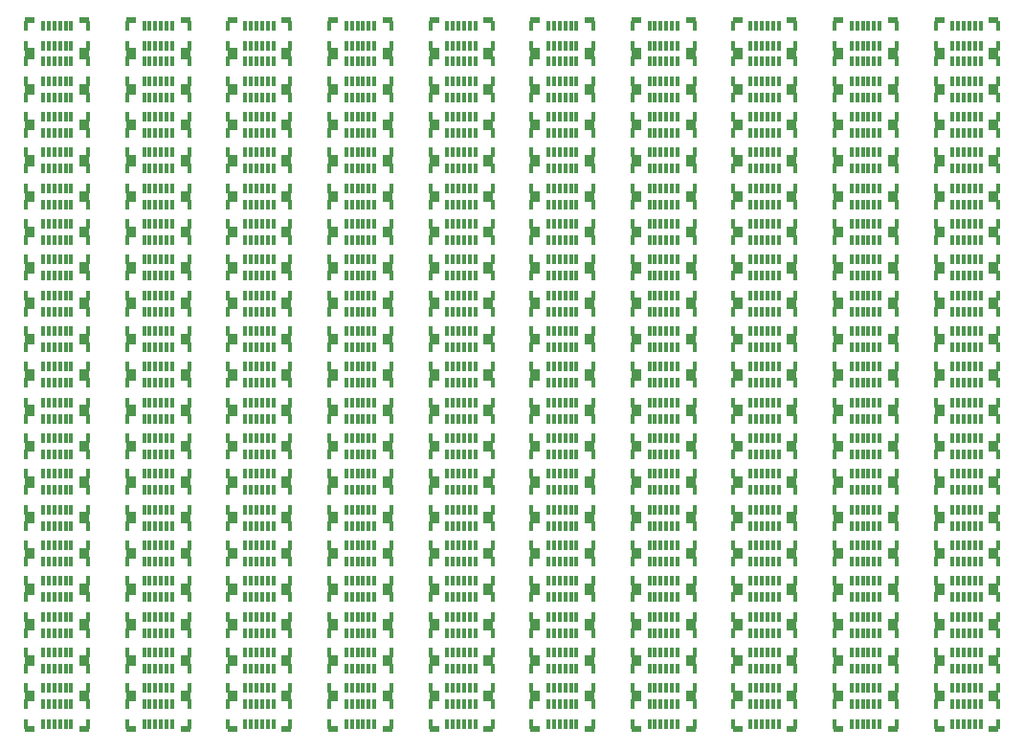
<source format=gbr>
%TF.GenerationSoftware,KiCad,Pcbnew,(6.0.11)*%
%TF.CreationDate,2023-04-11T15:55:55+08:00*%
%TF.ProjectId,MicroUSB2TypeCPanelization,4d696372-6f55-4534-9232-547970654350,rev?*%
%TF.SameCoordinates,Original*%
%TF.FileFunction,Paste,Top*%
%TF.FilePolarity,Positive*%
%FSLAX46Y46*%
G04 Gerber Fmt 4.6, Leading zero omitted, Abs format (unit mm)*
G04 Created by KiCad (PCBNEW (6.0.11)) date 2023-04-11 15:55:55*
%MOMM*%
%LPD*%
G01*
G04 APERTURE LIST*
G04 Aperture macros list*
%AMRoundRect*
0 Rectangle with rounded corners*
0 $1 Rounding radius*
0 $2 $3 $4 $5 $6 $7 $8 $9 X,Y pos of 4 corners*
0 Add a 4 corners polygon primitive as box body*
4,1,4,$2,$3,$4,$5,$6,$7,$8,$9,$2,$3,0*
0 Add four circle primitives for the rounded corners*
1,1,$1+$1,$2,$3*
1,1,$1+$1,$4,$5*
1,1,$1+$1,$6,$7*
1,1,$1+$1,$8,$9*
0 Add four rect primitives between the rounded corners*
20,1,$1+$1,$2,$3,$4,$5,0*
20,1,$1+$1,$4,$5,$6,$7,0*
20,1,$1+$1,$6,$7,$8,$9,0*
20,1,$1+$1,$8,$9,$2,$3,0*%
G04 Aperture macros list end*
%ADD10R,0.900000X0.500000*%
%ADD11RoundRect,0.075000X-0.075000X-0.360000X0.075000X-0.360000X0.075000X0.360000X-0.075000X0.360000X0*%
G04 APERTURE END LIST*
D10*
%TO.C,J1*%
X230942000Y-142416000D03*
X230942000Y-139716000D03*
X226142000Y-142416000D03*
X226142000Y-139716000D03*
D11*
X225792000Y-141931000D03*
X227292000Y-141931000D03*
X227792000Y-141931000D03*
X228292000Y-141931000D03*
X228792000Y-141931000D03*
X229292000Y-141931000D03*
X229792000Y-141931000D03*
X231292000Y-141931000D03*
X231292000Y-140201000D03*
X229792000Y-140201000D03*
X229292000Y-140201000D03*
X228792000Y-140201000D03*
X228292000Y-140201000D03*
X227792000Y-140201000D03*
X227292000Y-140201000D03*
X225792000Y-140201000D03*
%TD*%
D10*
%TO.C,J1*%
X222002000Y-142416000D03*
X222002000Y-139716000D03*
X217202000Y-142416000D03*
X217202000Y-139716000D03*
D11*
X216852000Y-141931000D03*
X218352000Y-141931000D03*
X218852000Y-141931000D03*
X219352000Y-141931000D03*
X219852000Y-141931000D03*
X220352000Y-141931000D03*
X220852000Y-141931000D03*
X222352000Y-141931000D03*
X222352000Y-140201000D03*
X220852000Y-140201000D03*
X220352000Y-140201000D03*
X219852000Y-140201000D03*
X219352000Y-140201000D03*
X218852000Y-140201000D03*
X218352000Y-140201000D03*
X216852000Y-140201000D03*
%TD*%
D10*
%TO.C,J1*%
X213062000Y-142416000D03*
X213062000Y-139716000D03*
X208262000Y-142416000D03*
X208262000Y-139716000D03*
D11*
X207912000Y-141931000D03*
X209412000Y-141931000D03*
X209912000Y-141931000D03*
X210412000Y-141931000D03*
X210912000Y-141931000D03*
X211412000Y-141931000D03*
X211912000Y-141931000D03*
X213412000Y-141931000D03*
X213412000Y-140201000D03*
X211912000Y-140201000D03*
X211412000Y-140201000D03*
X210912000Y-140201000D03*
X210412000Y-140201000D03*
X209912000Y-140201000D03*
X209412000Y-140201000D03*
X207912000Y-140201000D03*
%TD*%
D10*
%TO.C,J1*%
X204122000Y-142416000D03*
X204122000Y-139716000D03*
X199322000Y-142416000D03*
X199322000Y-139716000D03*
D11*
X198972000Y-141931000D03*
X200472000Y-141931000D03*
X200972000Y-141931000D03*
X201472000Y-141931000D03*
X201972000Y-141931000D03*
X202472000Y-141931000D03*
X202972000Y-141931000D03*
X204472000Y-141931000D03*
X204472000Y-140201000D03*
X202972000Y-140201000D03*
X202472000Y-140201000D03*
X201972000Y-140201000D03*
X201472000Y-140201000D03*
X200972000Y-140201000D03*
X200472000Y-140201000D03*
X198972000Y-140201000D03*
%TD*%
D10*
%TO.C,J1*%
X195182000Y-142416000D03*
X195182000Y-139716000D03*
X190382000Y-142416000D03*
X190382000Y-139716000D03*
D11*
X190032000Y-141931000D03*
X191532000Y-141931000D03*
X192032000Y-141931000D03*
X192532000Y-141931000D03*
X193032000Y-141931000D03*
X193532000Y-141931000D03*
X194032000Y-141931000D03*
X195532000Y-141931000D03*
X195532000Y-140201000D03*
X194032000Y-140201000D03*
X193532000Y-140201000D03*
X193032000Y-140201000D03*
X192532000Y-140201000D03*
X192032000Y-140201000D03*
X191532000Y-140201000D03*
X190032000Y-140201000D03*
%TD*%
D10*
%TO.C,J1*%
X186242000Y-142416000D03*
X186242000Y-139716000D03*
X181442000Y-142416000D03*
X181442000Y-139716000D03*
D11*
X181092000Y-141931000D03*
X182592000Y-141931000D03*
X183092000Y-141931000D03*
X183592000Y-141931000D03*
X184092000Y-141931000D03*
X184592000Y-141931000D03*
X185092000Y-141931000D03*
X186592000Y-141931000D03*
X186592000Y-140201000D03*
X185092000Y-140201000D03*
X184592000Y-140201000D03*
X184092000Y-140201000D03*
X183592000Y-140201000D03*
X183092000Y-140201000D03*
X182592000Y-140201000D03*
X181092000Y-140201000D03*
%TD*%
D10*
%TO.C,J1*%
X177302000Y-142416000D03*
X177302000Y-139716000D03*
X172502000Y-142416000D03*
X172502000Y-139716000D03*
D11*
X172152000Y-141931000D03*
X173652000Y-141931000D03*
X174152000Y-141931000D03*
X174652000Y-141931000D03*
X175152000Y-141931000D03*
X175652000Y-141931000D03*
X176152000Y-141931000D03*
X177652000Y-141931000D03*
X177652000Y-140201000D03*
X176152000Y-140201000D03*
X175652000Y-140201000D03*
X175152000Y-140201000D03*
X174652000Y-140201000D03*
X174152000Y-140201000D03*
X173652000Y-140201000D03*
X172152000Y-140201000D03*
%TD*%
D10*
%TO.C,J1*%
X168362000Y-142416000D03*
X168362000Y-139716000D03*
X163562000Y-142416000D03*
X163562000Y-139716000D03*
D11*
X163212000Y-141931000D03*
X164712000Y-141931000D03*
X165212000Y-141931000D03*
X165712000Y-141931000D03*
X166212000Y-141931000D03*
X166712000Y-141931000D03*
X167212000Y-141931000D03*
X168712000Y-141931000D03*
X168712000Y-140201000D03*
X167212000Y-140201000D03*
X166712000Y-140201000D03*
X166212000Y-140201000D03*
X165712000Y-140201000D03*
X165212000Y-140201000D03*
X164712000Y-140201000D03*
X163212000Y-140201000D03*
%TD*%
D10*
%TO.C,J1*%
X159422000Y-142416000D03*
X159422000Y-139716000D03*
X154622000Y-142416000D03*
X154622000Y-139716000D03*
D11*
X154272000Y-141931000D03*
X155772000Y-141931000D03*
X156272000Y-141931000D03*
X156772000Y-141931000D03*
X157272000Y-141931000D03*
X157772000Y-141931000D03*
X158272000Y-141931000D03*
X159772000Y-141931000D03*
X159772000Y-140201000D03*
X158272000Y-140201000D03*
X157772000Y-140201000D03*
X157272000Y-140201000D03*
X156772000Y-140201000D03*
X156272000Y-140201000D03*
X155772000Y-140201000D03*
X154272000Y-140201000D03*
%TD*%
D10*
%TO.C,J1*%
X150482000Y-142416000D03*
X150482000Y-139716000D03*
X145682000Y-142416000D03*
X145682000Y-139716000D03*
D11*
X145332000Y-141931000D03*
X146832000Y-141931000D03*
X147332000Y-141931000D03*
X147832000Y-141931000D03*
X148332000Y-141931000D03*
X148832000Y-141931000D03*
X149332000Y-141931000D03*
X150832000Y-141931000D03*
X150832000Y-140201000D03*
X149332000Y-140201000D03*
X148832000Y-140201000D03*
X148332000Y-140201000D03*
X147832000Y-140201000D03*
X147332000Y-140201000D03*
X146832000Y-140201000D03*
X145332000Y-140201000D03*
%TD*%
D10*
%TO.C,J1*%
X230942000Y-139256000D03*
X230942000Y-136556000D03*
X226142000Y-139256000D03*
X226142000Y-136556000D03*
D11*
X225792000Y-138771000D03*
X227292000Y-138771000D03*
X227792000Y-138771000D03*
X228292000Y-138771000D03*
X228792000Y-138771000D03*
X229292000Y-138771000D03*
X229792000Y-138771000D03*
X231292000Y-138771000D03*
X231292000Y-137041000D03*
X229792000Y-137041000D03*
X229292000Y-137041000D03*
X228792000Y-137041000D03*
X228292000Y-137041000D03*
X227792000Y-137041000D03*
X227292000Y-137041000D03*
X225792000Y-137041000D03*
%TD*%
D10*
%TO.C,J1*%
X222002000Y-139256000D03*
X222002000Y-136556000D03*
X217202000Y-139256000D03*
X217202000Y-136556000D03*
D11*
X216852000Y-138771000D03*
X218352000Y-138771000D03*
X218852000Y-138771000D03*
X219352000Y-138771000D03*
X219852000Y-138771000D03*
X220352000Y-138771000D03*
X220852000Y-138771000D03*
X222352000Y-138771000D03*
X222352000Y-137041000D03*
X220852000Y-137041000D03*
X220352000Y-137041000D03*
X219852000Y-137041000D03*
X219352000Y-137041000D03*
X218852000Y-137041000D03*
X218352000Y-137041000D03*
X216852000Y-137041000D03*
%TD*%
D10*
%TO.C,J1*%
X213062000Y-139256000D03*
X213062000Y-136556000D03*
X208262000Y-139256000D03*
X208262000Y-136556000D03*
D11*
X207912000Y-138771000D03*
X209412000Y-138771000D03*
X209912000Y-138771000D03*
X210412000Y-138771000D03*
X210912000Y-138771000D03*
X211412000Y-138771000D03*
X211912000Y-138771000D03*
X213412000Y-138771000D03*
X213412000Y-137041000D03*
X211912000Y-137041000D03*
X211412000Y-137041000D03*
X210912000Y-137041000D03*
X210412000Y-137041000D03*
X209912000Y-137041000D03*
X209412000Y-137041000D03*
X207912000Y-137041000D03*
%TD*%
D10*
%TO.C,J1*%
X204122000Y-139256000D03*
X204122000Y-136556000D03*
X199322000Y-139256000D03*
X199322000Y-136556000D03*
D11*
X198972000Y-138771000D03*
X200472000Y-138771000D03*
X200972000Y-138771000D03*
X201472000Y-138771000D03*
X201972000Y-138771000D03*
X202472000Y-138771000D03*
X202972000Y-138771000D03*
X204472000Y-138771000D03*
X204472000Y-137041000D03*
X202972000Y-137041000D03*
X202472000Y-137041000D03*
X201972000Y-137041000D03*
X201472000Y-137041000D03*
X200972000Y-137041000D03*
X200472000Y-137041000D03*
X198972000Y-137041000D03*
%TD*%
D10*
%TO.C,J1*%
X195182000Y-139256000D03*
X195182000Y-136556000D03*
X190382000Y-139256000D03*
X190382000Y-136556000D03*
D11*
X190032000Y-138771000D03*
X191532000Y-138771000D03*
X192032000Y-138771000D03*
X192532000Y-138771000D03*
X193032000Y-138771000D03*
X193532000Y-138771000D03*
X194032000Y-138771000D03*
X195532000Y-138771000D03*
X195532000Y-137041000D03*
X194032000Y-137041000D03*
X193532000Y-137041000D03*
X193032000Y-137041000D03*
X192532000Y-137041000D03*
X192032000Y-137041000D03*
X191532000Y-137041000D03*
X190032000Y-137041000D03*
%TD*%
D10*
%TO.C,J1*%
X186242000Y-139256000D03*
X186242000Y-136556000D03*
X181442000Y-139256000D03*
X181442000Y-136556000D03*
D11*
X181092000Y-138771000D03*
X182592000Y-138771000D03*
X183092000Y-138771000D03*
X183592000Y-138771000D03*
X184092000Y-138771000D03*
X184592000Y-138771000D03*
X185092000Y-138771000D03*
X186592000Y-138771000D03*
X186592000Y-137041000D03*
X185092000Y-137041000D03*
X184592000Y-137041000D03*
X184092000Y-137041000D03*
X183592000Y-137041000D03*
X183092000Y-137041000D03*
X182592000Y-137041000D03*
X181092000Y-137041000D03*
%TD*%
D10*
%TO.C,J1*%
X177302000Y-139256000D03*
X177302000Y-136556000D03*
X172502000Y-139256000D03*
X172502000Y-136556000D03*
D11*
X172152000Y-138771000D03*
X173652000Y-138771000D03*
X174152000Y-138771000D03*
X174652000Y-138771000D03*
X175152000Y-138771000D03*
X175652000Y-138771000D03*
X176152000Y-138771000D03*
X177652000Y-138771000D03*
X177652000Y-137041000D03*
X176152000Y-137041000D03*
X175652000Y-137041000D03*
X175152000Y-137041000D03*
X174652000Y-137041000D03*
X174152000Y-137041000D03*
X173652000Y-137041000D03*
X172152000Y-137041000D03*
%TD*%
D10*
%TO.C,J1*%
X168362000Y-139256000D03*
X168362000Y-136556000D03*
X163562000Y-139256000D03*
X163562000Y-136556000D03*
D11*
X163212000Y-138771000D03*
X164712000Y-138771000D03*
X165212000Y-138771000D03*
X165712000Y-138771000D03*
X166212000Y-138771000D03*
X166712000Y-138771000D03*
X167212000Y-138771000D03*
X168712000Y-138771000D03*
X168712000Y-137041000D03*
X167212000Y-137041000D03*
X166712000Y-137041000D03*
X166212000Y-137041000D03*
X165712000Y-137041000D03*
X165212000Y-137041000D03*
X164712000Y-137041000D03*
X163212000Y-137041000D03*
%TD*%
D10*
%TO.C,J1*%
X159422000Y-139256000D03*
X159422000Y-136556000D03*
X154622000Y-139256000D03*
X154622000Y-136556000D03*
D11*
X154272000Y-138771000D03*
X155772000Y-138771000D03*
X156272000Y-138771000D03*
X156772000Y-138771000D03*
X157272000Y-138771000D03*
X157772000Y-138771000D03*
X158272000Y-138771000D03*
X159772000Y-138771000D03*
X159772000Y-137041000D03*
X158272000Y-137041000D03*
X157772000Y-137041000D03*
X157272000Y-137041000D03*
X156772000Y-137041000D03*
X156272000Y-137041000D03*
X155772000Y-137041000D03*
X154272000Y-137041000D03*
%TD*%
D10*
%TO.C,J1*%
X150482000Y-139256000D03*
X150482000Y-136556000D03*
X145682000Y-139256000D03*
X145682000Y-136556000D03*
D11*
X145332000Y-138771000D03*
X146832000Y-138771000D03*
X147332000Y-138771000D03*
X147832000Y-138771000D03*
X148332000Y-138771000D03*
X148832000Y-138771000D03*
X149332000Y-138771000D03*
X150832000Y-138771000D03*
X150832000Y-137041000D03*
X149332000Y-137041000D03*
X148832000Y-137041000D03*
X148332000Y-137041000D03*
X147832000Y-137041000D03*
X147332000Y-137041000D03*
X146832000Y-137041000D03*
X145332000Y-137041000D03*
%TD*%
D10*
%TO.C,J1*%
X230942000Y-136096000D03*
X230942000Y-133396000D03*
X226142000Y-136096000D03*
X226142000Y-133396000D03*
D11*
X225792000Y-135611000D03*
X227292000Y-135611000D03*
X227792000Y-135611000D03*
X228292000Y-135611000D03*
X228792000Y-135611000D03*
X229292000Y-135611000D03*
X229792000Y-135611000D03*
X231292000Y-135611000D03*
X231292000Y-133881000D03*
X229792000Y-133881000D03*
X229292000Y-133881000D03*
X228792000Y-133881000D03*
X228292000Y-133881000D03*
X227792000Y-133881000D03*
X227292000Y-133881000D03*
X225792000Y-133881000D03*
%TD*%
D10*
%TO.C,J1*%
X222002000Y-136096000D03*
X222002000Y-133396000D03*
X217202000Y-136096000D03*
X217202000Y-133396000D03*
D11*
X216852000Y-135611000D03*
X218352000Y-135611000D03*
X218852000Y-135611000D03*
X219352000Y-135611000D03*
X219852000Y-135611000D03*
X220352000Y-135611000D03*
X220852000Y-135611000D03*
X222352000Y-135611000D03*
X222352000Y-133881000D03*
X220852000Y-133881000D03*
X220352000Y-133881000D03*
X219852000Y-133881000D03*
X219352000Y-133881000D03*
X218852000Y-133881000D03*
X218352000Y-133881000D03*
X216852000Y-133881000D03*
%TD*%
D10*
%TO.C,J1*%
X213062000Y-136096000D03*
X213062000Y-133396000D03*
X208262000Y-136096000D03*
X208262000Y-133396000D03*
D11*
X207912000Y-135611000D03*
X209412000Y-135611000D03*
X209912000Y-135611000D03*
X210412000Y-135611000D03*
X210912000Y-135611000D03*
X211412000Y-135611000D03*
X211912000Y-135611000D03*
X213412000Y-135611000D03*
X213412000Y-133881000D03*
X211912000Y-133881000D03*
X211412000Y-133881000D03*
X210912000Y-133881000D03*
X210412000Y-133881000D03*
X209912000Y-133881000D03*
X209412000Y-133881000D03*
X207912000Y-133881000D03*
%TD*%
D10*
%TO.C,J1*%
X204122000Y-136096000D03*
X204122000Y-133396000D03*
X199322000Y-136096000D03*
X199322000Y-133396000D03*
D11*
X198972000Y-135611000D03*
X200472000Y-135611000D03*
X200972000Y-135611000D03*
X201472000Y-135611000D03*
X201972000Y-135611000D03*
X202472000Y-135611000D03*
X202972000Y-135611000D03*
X204472000Y-135611000D03*
X204472000Y-133881000D03*
X202972000Y-133881000D03*
X202472000Y-133881000D03*
X201972000Y-133881000D03*
X201472000Y-133881000D03*
X200972000Y-133881000D03*
X200472000Y-133881000D03*
X198972000Y-133881000D03*
%TD*%
D10*
%TO.C,J1*%
X195182000Y-136096000D03*
X195182000Y-133396000D03*
X190382000Y-136096000D03*
X190382000Y-133396000D03*
D11*
X190032000Y-135611000D03*
X191532000Y-135611000D03*
X192032000Y-135611000D03*
X192532000Y-135611000D03*
X193032000Y-135611000D03*
X193532000Y-135611000D03*
X194032000Y-135611000D03*
X195532000Y-135611000D03*
X195532000Y-133881000D03*
X194032000Y-133881000D03*
X193532000Y-133881000D03*
X193032000Y-133881000D03*
X192532000Y-133881000D03*
X192032000Y-133881000D03*
X191532000Y-133881000D03*
X190032000Y-133881000D03*
%TD*%
D10*
%TO.C,J1*%
X186242000Y-136096000D03*
X186242000Y-133396000D03*
X181442000Y-136096000D03*
X181442000Y-133396000D03*
D11*
X181092000Y-135611000D03*
X182592000Y-135611000D03*
X183092000Y-135611000D03*
X183592000Y-135611000D03*
X184092000Y-135611000D03*
X184592000Y-135611000D03*
X185092000Y-135611000D03*
X186592000Y-135611000D03*
X186592000Y-133881000D03*
X185092000Y-133881000D03*
X184592000Y-133881000D03*
X184092000Y-133881000D03*
X183592000Y-133881000D03*
X183092000Y-133881000D03*
X182592000Y-133881000D03*
X181092000Y-133881000D03*
%TD*%
D10*
%TO.C,J1*%
X177302000Y-136096000D03*
X177302000Y-133396000D03*
X172502000Y-136096000D03*
X172502000Y-133396000D03*
D11*
X172152000Y-135611000D03*
X173652000Y-135611000D03*
X174152000Y-135611000D03*
X174652000Y-135611000D03*
X175152000Y-135611000D03*
X175652000Y-135611000D03*
X176152000Y-135611000D03*
X177652000Y-135611000D03*
X177652000Y-133881000D03*
X176152000Y-133881000D03*
X175652000Y-133881000D03*
X175152000Y-133881000D03*
X174652000Y-133881000D03*
X174152000Y-133881000D03*
X173652000Y-133881000D03*
X172152000Y-133881000D03*
%TD*%
D10*
%TO.C,J1*%
X168362000Y-136096000D03*
X168362000Y-133396000D03*
X163562000Y-136096000D03*
X163562000Y-133396000D03*
D11*
X163212000Y-135611000D03*
X164712000Y-135611000D03*
X165212000Y-135611000D03*
X165712000Y-135611000D03*
X166212000Y-135611000D03*
X166712000Y-135611000D03*
X167212000Y-135611000D03*
X168712000Y-135611000D03*
X168712000Y-133881000D03*
X167212000Y-133881000D03*
X166712000Y-133881000D03*
X166212000Y-133881000D03*
X165712000Y-133881000D03*
X165212000Y-133881000D03*
X164712000Y-133881000D03*
X163212000Y-133881000D03*
%TD*%
D10*
%TO.C,J1*%
X159422000Y-136096000D03*
X159422000Y-133396000D03*
X154622000Y-136096000D03*
X154622000Y-133396000D03*
D11*
X154272000Y-135611000D03*
X155772000Y-135611000D03*
X156272000Y-135611000D03*
X156772000Y-135611000D03*
X157272000Y-135611000D03*
X157772000Y-135611000D03*
X158272000Y-135611000D03*
X159772000Y-135611000D03*
X159772000Y-133881000D03*
X158272000Y-133881000D03*
X157772000Y-133881000D03*
X157272000Y-133881000D03*
X156772000Y-133881000D03*
X156272000Y-133881000D03*
X155772000Y-133881000D03*
X154272000Y-133881000D03*
%TD*%
D10*
%TO.C,J1*%
X150482000Y-136096000D03*
X150482000Y-133396000D03*
X145682000Y-136096000D03*
X145682000Y-133396000D03*
D11*
X145332000Y-135611000D03*
X146832000Y-135611000D03*
X147332000Y-135611000D03*
X147832000Y-135611000D03*
X148332000Y-135611000D03*
X148832000Y-135611000D03*
X149332000Y-135611000D03*
X150832000Y-135611000D03*
X150832000Y-133881000D03*
X149332000Y-133881000D03*
X148832000Y-133881000D03*
X148332000Y-133881000D03*
X147832000Y-133881000D03*
X147332000Y-133881000D03*
X146832000Y-133881000D03*
X145332000Y-133881000D03*
%TD*%
D10*
%TO.C,J1*%
X230942000Y-132936000D03*
X230942000Y-130236000D03*
X226142000Y-132936000D03*
X226142000Y-130236000D03*
D11*
X225792000Y-132451000D03*
X227292000Y-132451000D03*
X227792000Y-132451000D03*
X228292000Y-132451000D03*
X228792000Y-132451000D03*
X229292000Y-132451000D03*
X229792000Y-132451000D03*
X231292000Y-132451000D03*
X231292000Y-130721000D03*
X229792000Y-130721000D03*
X229292000Y-130721000D03*
X228792000Y-130721000D03*
X228292000Y-130721000D03*
X227792000Y-130721000D03*
X227292000Y-130721000D03*
X225792000Y-130721000D03*
%TD*%
D10*
%TO.C,J1*%
X222002000Y-132936000D03*
X222002000Y-130236000D03*
X217202000Y-132936000D03*
X217202000Y-130236000D03*
D11*
X216852000Y-132451000D03*
X218352000Y-132451000D03*
X218852000Y-132451000D03*
X219352000Y-132451000D03*
X219852000Y-132451000D03*
X220352000Y-132451000D03*
X220852000Y-132451000D03*
X222352000Y-132451000D03*
X222352000Y-130721000D03*
X220852000Y-130721000D03*
X220352000Y-130721000D03*
X219852000Y-130721000D03*
X219352000Y-130721000D03*
X218852000Y-130721000D03*
X218352000Y-130721000D03*
X216852000Y-130721000D03*
%TD*%
D10*
%TO.C,J1*%
X213062000Y-132936000D03*
X213062000Y-130236000D03*
X208262000Y-132936000D03*
X208262000Y-130236000D03*
D11*
X207912000Y-132451000D03*
X209412000Y-132451000D03*
X209912000Y-132451000D03*
X210412000Y-132451000D03*
X210912000Y-132451000D03*
X211412000Y-132451000D03*
X211912000Y-132451000D03*
X213412000Y-132451000D03*
X213412000Y-130721000D03*
X211912000Y-130721000D03*
X211412000Y-130721000D03*
X210912000Y-130721000D03*
X210412000Y-130721000D03*
X209912000Y-130721000D03*
X209412000Y-130721000D03*
X207912000Y-130721000D03*
%TD*%
D10*
%TO.C,J1*%
X204122000Y-132936000D03*
X204122000Y-130236000D03*
X199322000Y-132936000D03*
X199322000Y-130236000D03*
D11*
X198972000Y-132451000D03*
X200472000Y-132451000D03*
X200972000Y-132451000D03*
X201472000Y-132451000D03*
X201972000Y-132451000D03*
X202472000Y-132451000D03*
X202972000Y-132451000D03*
X204472000Y-132451000D03*
X204472000Y-130721000D03*
X202972000Y-130721000D03*
X202472000Y-130721000D03*
X201972000Y-130721000D03*
X201472000Y-130721000D03*
X200972000Y-130721000D03*
X200472000Y-130721000D03*
X198972000Y-130721000D03*
%TD*%
D10*
%TO.C,J1*%
X195182000Y-132936000D03*
X195182000Y-130236000D03*
X190382000Y-132936000D03*
X190382000Y-130236000D03*
D11*
X190032000Y-132451000D03*
X191532000Y-132451000D03*
X192032000Y-132451000D03*
X192532000Y-132451000D03*
X193032000Y-132451000D03*
X193532000Y-132451000D03*
X194032000Y-132451000D03*
X195532000Y-132451000D03*
X195532000Y-130721000D03*
X194032000Y-130721000D03*
X193532000Y-130721000D03*
X193032000Y-130721000D03*
X192532000Y-130721000D03*
X192032000Y-130721000D03*
X191532000Y-130721000D03*
X190032000Y-130721000D03*
%TD*%
D10*
%TO.C,J1*%
X186242000Y-132936000D03*
X186242000Y-130236000D03*
X181442000Y-132936000D03*
X181442000Y-130236000D03*
D11*
X181092000Y-132451000D03*
X182592000Y-132451000D03*
X183092000Y-132451000D03*
X183592000Y-132451000D03*
X184092000Y-132451000D03*
X184592000Y-132451000D03*
X185092000Y-132451000D03*
X186592000Y-132451000D03*
X186592000Y-130721000D03*
X185092000Y-130721000D03*
X184592000Y-130721000D03*
X184092000Y-130721000D03*
X183592000Y-130721000D03*
X183092000Y-130721000D03*
X182592000Y-130721000D03*
X181092000Y-130721000D03*
%TD*%
D10*
%TO.C,J1*%
X177302000Y-132936000D03*
X177302000Y-130236000D03*
X172502000Y-132936000D03*
X172502000Y-130236000D03*
D11*
X172152000Y-132451000D03*
X173652000Y-132451000D03*
X174152000Y-132451000D03*
X174652000Y-132451000D03*
X175152000Y-132451000D03*
X175652000Y-132451000D03*
X176152000Y-132451000D03*
X177652000Y-132451000D03*
X177652000Y-130721000D03*
X176152000Y-130721000D03*
X175652000Y-130721000D03*
X175152000Y-130721000D03*
X174652000Y-130721000D03*
X174152000Y-130721000D03*
X173652000Y-130721000D03*
X172152000Y-130721000D03*
%TD*%
D10*
%TO.C,J1*%
X168362000Y-132936000D03*
X168362000Y-130236000D03*
X163562000Y-132936000D03*
X163562000Y-130236000D03*
D11*
X163212000Y-132451000D03*
X164712000Y-132451000D03*
X165212000Y-132451000D03*
X165712000Y-132451000D03*
X166212000Y-132451000D03*
X166712000Y-132451000D03*
X167212000Y-132451000D03*
X168712000Y-132451000D03*
X168712000Y-130721000D03*
X167212000Y-130721000D03*
X166712000Y-130721000D03*
X166212000Y-130721000D03*
X165712000Y-130721000D03*
X165212000Y-130721000D03*
X164712000Y-130721000D03*
X163212000Y-130721000D03*
%TD*%
D10*
%TO.C,J1*%
X159422000Y-132936000D03*
X159422000Y-130236000D03*
X154622000Y-132936000D03*
X154622000Y-130236000D03*
D11*
X154272000Y-132451000D03*
X155772000Y-132451000D03*
X156272000Y-132451000D03*
X156772000Y-132451000D03*
X157272000Y-132451000D03*
X157772000Y-132451000D03*
X158272000Y-132451000D03*
X159772000Y-132451000D03*
X159772000Y-130721000D03*
X158272000Y-130721000D03*
X157772000Y-130721000D03*
X157272000Y-130721000D03*
X156772000Y-130721000D03*
X156272000Y-130721000D03*
X155772000Y-130721000D03*
X154272000Y-130721000D03*
%TD*%
D10*
%TO.C,J1*%
X150482000Y-132936000D03*
X150482000Y-130236000D03*
X145682000Y-132936000D03*
X145682000Y-130236000D03*
D11*
X145332000Y-132451000D03*
X146832000Y-132451000D03*
X147332000Y-132451000D03*
X147832000Y-132451000D03*
X148332000Y-132451000D03*
X148832000Y-132451000D03*
X149332000Y-132451000D03*
X150832000Y-132451000D03*
X150832000Y-130721000D03*
X149332000Y-130721000D03*
X148832000Y-130721000D03*
X148332000Y-130721000D03*
X147832000Y-130721000D03*
X147332000Y-130721000D03*
X146832000Y-130721000D03*
X145332000Y-130721000D03*
%TD*%
D10*
%TO.C,J1*%
X230942000Y-129776000D03*
X230942000Y-127076000D03*
X226142000Y-129776000D03*
X226142000Y-127076000D03*
D11*
X225792000Y-129291000D03*
X227292000Y-129291000D03*
X227792000Y-129291000D03*
X228292000Y-129291000D03*
X228792000Y-129291000D03*
X229292000Y-129291000D03*
X229792000Y-129291000D03*
X231292000Y-129291000D03*
X231292000Y-127561000D03*
X229792000Y-127561000D03*
X229292000Y-127561000D03*
X228792000Y-127561000D03*
X228292000Y-127561000D03*
X227792000Y-127561000D03*
X227292000Y-127561000D03*
X225792000Y-127561000D03*
%TD*%
D10*
%TO.C,J1*%
X222002000Y-129776000D03*
X222002000Y-127076000D03*
X217202000Y-129776000D03*
X217202000Y-127076000D03*
D11*
X216852000Y-129291000D03*
X218352000Y-129291000D03*
X218852000Y-129291000D03*
X219352000Y-129291000D03*
X219852000Y-129291000D03*
X220352000Y-129291000D03*
X220852000Y-129291000D03*
X222352000Y-129291000D03*
X222352000Y-127561000D03*
X220852000Y-127561000D03*
X220352000Y-127561000D03*
X219852000Y-127561000D03*
X219352000Y-127561000D03*
X218852000Y-127561000D03*
X218352000Y-127561000D03*
X216852000Y-127561000D03*
%TD*%
D10*
%TO.C,J1*%
X213062000Y-129776000D03*
X213062000Y-127076000D03*
X208262000Y-129776000D03*
X208262000Y-127076000D03*
D11*
X207912000Y-129291000D03*
X209412000Y-129291000D03*
X209912000Y-129291000D03*
X210412000Y-129291000D03*
X210912000Y-129291000D03*
X211412000Y-129291000D03*
X211912000Y-129291000D03*
X213412000Y-129291000D03*
X213412000Y-127561000D03*
X211912000Y-127561000D03*
X211412000Y-127561000D03*
X210912000Y-127561000D03*
X210412000Y-127561000D03*
X209912000Y-127561000D03*
X209412000Y-127561000D03*
X207912000Y-127561000D03*
%TD*%
D10*
%TO.C,J1*%
X204122000Y-129776000D03*
X204122000Y-127076000D03*
X199322000Y-129776000D03*
X199322000Y-127076000D03*
D11*
X198972000Y-129291000D03*
X200472000Y-129291000D03*
X200972000Y-129291000D03*
X201472000Y-129291000D03*
X201972000Y-129291000D03*
X202472000Y-129291000D03*
X202972000Y-129291000D03*
X204472000Y-129291000D03*
X204472000Y-127561000D03*
X202972000Y-127561000D03*
X202472000Y-127561000D03*
X201972000Y-127561000D03*
X201472000Y-127561000D03*
X200972000Y-127561000D03*
X200472000Y-127561000D03*
X198972000Y-127561000D03*
%TD*%
D10*
%TO.C,J1*%
X195182000Y-129776000D03*
X195182000Y-127076000D03*
X190382000Y-129776000D03*
X190382000Y-127076000D03*
D11*
X190032000Y-129291000D03*
X191532000Y-129291000D03*
X192032000Y-129291000D03*
X192532000Y-129291000D03*
X193032000Y-129291000D03*
X193532000Y-129291000D03*
X194032000Y-129291000D03*
X195532000Y-129291000D03*
X195532000Y-127561000D03*
X194032000Y-127561000D03*
X193532000Y-127561000D03*
X193032000Y-127561000D03*
X192532000Y-127561000D03*
X192032000Y-127561000D03*
X191532000Y-127561000D03*
X190032000Y-127561000D03*
%TD*%
D10*
%TO.C,J1*%
X186242000Y-129776000D03*
X186242000Y-127076000D03*
X181442000Y-129776000D03*
X181442000Y-127076000D03*
D11*
X181092000Y-129291000D03*
X182592000Y-129291000D03*
X183092000Y-129291000D03*
X183592000Y-129291000D03*
X184092000Y-129291000D03*
X184592000Y-129291000D03*
X185092000Y-129291000D03*
X186592000Y-129291000D03*
X186592000Y-127561000D03*
X185092000Y-127561000D03*
X184592000Y-127561000D03*
X184092000Y-127561000D03*
X183592000Y-127561000D03*
X183092000Y-127561000D03*
X182592000Y-127561000D03*
X181092000Y-127561000D03*
%TD*%
D10*
%TO.C,J1*%
X177302000Y-129776000D03*
X177302000Y-127076000D03*
X172502000Y-129776000D03*
X172502000Y-127076000D03*
D11*
X172152000Y-129291000D03*
X173652000Y-129291000D03*
X174152000Y-129291000D03*
X174652000Y-129291000D03*
X175152000Y-129291000D03*
X175652000Y-129291000D03*
X176152000Y-129291000D03*
X177652000Y-129291000D03*
X177652000Y-127561000D03*
X176152000Y-127561000D03*
X175652000Y-127561000D03*
X175152000Y-127561000D03*
X174652000Y-127561000D03*
X174152000Y-127561000D03*
X173652000Y-127561000D03*
X172152000Y-127561000D03*
%TD*%
D10*
%TO.C,J1*%
X168362000Y-129776000D03*
X168362000Y-127076000D03*
X163562000Y-129776000D03*
X163562000Y-127076000D03*
D11*
X163212000Y-129291000D03*
X164712000Y-129291000D03*
X165212000Y-129291000D03*
X165712000Y-129291000D03*
X166212000Y-129291000D03*
X166712000Y-129291000D03*
X167212000Y-129291000D03*
X168712000Y-129291000D03*
X168712000Y-127561000D03*
X167212000Y-127561000D03*
X166712000Y-127561000D03*
X166212000Y-127561000D03*
X165712000Y-127561000D03*
X165212000Y-127561000D03*
X164712000Y-127561000D03*
X163212000Y-127561000D03*
%TD*%
D10*
%TO.C,J1*%
X159422000Y-129776000D03*
X159422000Y-127076000D03*
X154622000Y-129776000D03*
X154622000Y-127076000D03*
D11*
X154272000Y-129291000D03*
X155772000Y-129291000D03*
X156272000Y-129291000D03*
X156772000Y-129291000D03*
X157272000Y-129291000D03*
X157772000Y-129291000D03*
X158272000Y-129291000D03*
X159772000Y-129291000D03*
X159772000Y-127561000D03*
X158272000Y-127561000D03*
X157772000Y-127561000D03*
X157272000Y-127561000D03*
X156772000Y-127561000D03*
X156272000Y-127561000D03*
X155772000Y-127561000D03*
X154272000Y-127561000D03*
%TD*%
D10*
%TO.C,J1*%
X150482000Y-129776000D03*
X150482000Y-127076000D03*
X145682000Y-129776000D03*
X145682000Y-127076000D03*
D11*
X145332000Y-129291000D03*
X146832000Y-129291000D03*
X147332000Y-129291000D03*
X147832000Y-129291000D03*
X148332000Y-129291000D03*
X148832000Y-129291000D03*
X149332000Y-129291000D03*
X150832000Y-129291000D03*
X150832000Y-127561000D03*
X149332000Y-127561000D03*
X148832000Y-127561000D03*
X148332000Y-127561000D03*
X147832000Y-127561000D03*
X147332000Y-127561000D03*
X146832000Y-127561000D03*
X145332000Y-127561000D03*
%TD*%
D10*
%TO.C,J1*%
X230942000Y-126616000D03*
X230942000Y-123916000D03*
X226142000Y-126616000D03*
X226142000Y-123916000D03*
D11*
X225792000Y-126131000D03*
X227292000Y-126131000D03*
X227792000Y-126131000D03*
X228292000Y-126131000D03*
X228792000Y-126131000D03*
X229292000Y-126131000D03*
X229792000Y-126131000D03*
X231292000Y-126131000D03*
X231292000Y-124401000D03*
X229792000Y-124401000D03*
X229292000Y-124401000D03*
X228792000Y-124401000D03*
X228292000Y-124401000D03*
X227792000Y-124401000D03*
X227292000Y-124401000D03*
X225792000Y-124401000D03*
%TD*%
D10*
%TO.C,J1*%
X222002000Y-126616000D03*
X222002000Y-123916000D03*
X217202000Y-126616000D03*
X217202000Y-123916000D03*
D11*
X216852000Y-126131000D03*
X218352000Y-126131000D03*
X218852000Y-126131000D03*
X219352000Y-126131000D03*
X219852000Y-126131000D03*
X220352000Y-126131000D03*
X220852000Y-126131000D03*
X222352000Y-126131000D03*
X222352000Y-124401000D03*
X220852000Y-124401000D03*
X220352000Y-124401000D03*
X219852000Y-124401000D03*
X219352000Y-124401000D03*
X218852000Y-124401000D03*
X218352000Y-124401000D03*
X216852000Y-124401000D03*
%TD*%
D10*
%TO.C,J1*%
X213062000Y-126616000D03*
X213062000Y-123916000D03*
X208262000Y-126616000D03*
X208262000Y-123916000D03*
D11*
X207912000Y-126131000D03*
X209412000Y-126131000D03*
X209912000Y-126131000D03*
X210412000Y-126131000D03*
X210912000Y-126131000D03*
X211412000Y-126131000D03*
X211912000Y-126131000D03*
X213412000Y-126131000D03*
X213412000Y-124401000D03*
X211912000Y-124401000D03*
X211412000Y-124401000D03*
X210912000Y-124401000D03*
X210412000Y-124401000D03*
X209912000Y-124401000D03*
X209412000Y-124401000D03*
X207912000Y-124401000D03*
%TD*%
D10*
%TO.C,J1*%
X204122000Y-126616000D03*
X204122000Y-123916000D03*
X199322000Y-126616000D03*
X199322000Y-123916000D03*
D11*
X198972000Y-126131000D03*
X200472000Y-126131000D03*
X200972000Y-126131000D03*
X201472000Y-126131000D03*
X201972000Y-126131000D03*
X202472000Y-126131000D03*
X202972000Y-126131000D03*
X204472000Y-126131000D03*
X204472000Y-124401000D03*
X202972000Y-124401000D03*
X202472000Y-124401000D03*
X201972000Y-124401000D03*
X201472000Y-124401000D03*
X200972000Y-124401000D03*
X200472000Y-124401000D03*
X198972000Y-124401000D03*
%TD*%
D10*
%TO.C,J1*%
X195182000Y-126616000D03*
X195182000Y-123916000D03*
X190382000Y-126616000D03*
X190382000Y-123916000D03*
D11*
X190032000Y-126131000D03*
X191532000Y-126131000D03*
X192032000Y-126131000D03*
X192532000Y-126131000D03*
X193032000Y-126131000D03*
X193532000Y-126131000D03*
X194032000Y-126131000D03*
X195532000Y-126131000D03*
X195532000Y-124401000D03*
X194032000Y-124401000D03*
X193532000Y-124401000D03*
X193032000Y-124401000D03*
X192532000Y-124401000D03*
X192032000Y-124401000D03*
X191532000Y-124401000D03*
X190032000Y-124401000D03*
%TD*%
D10*
%TO.C,J1*%
X186242000Y-126616000D03*
X186242000Y-123916000D03*
X181442000Y-126616000D03*
X181442000Y-123916000D03*
D11*
X181092000Y-126131000D03*
X182592000Y-126131000D03*
X183092000Y-126131000D03*
X183592000Y-126131000D03*
X184092000Y-126131000D03*
X184592000Y-126131000D03*
X185092000Y-126131000D03*
X186592000Y-126131000D03*
X186592000Y-124401000D03*
X185092000Y-124401000D03*
X184592000Y-124401000D03*
X184092000Y-124401000D03*
X183592000Y-124401000D03*
X183092000Y-124401000D03*
X182592000Y-124401000D03*
X181092000Y-124401000D03*
%TD*%
D10*
%TO.C,J1*%
X177302000Y-126616000D03*
X177302000Y-123916000D03*
X172502000Y-126616000D03*
X172502000Y-123916000D03*
D11*
X172152000Y-126131000D03*
X173652000Y-126131000D03*
X174152000Y-126131000D03*
X174652000Y-126131000D03*
X175152000Y-126131000D03*
X175652000Y-126131000D03*
X176152000Y-126131000D03*
X177652000Y-126131000D03*
X177652000Y-124401000D03*
X176152000Y-124401000D03*
X175652000Y-124401000D03*
X175152000Y-124401000D03*
X174652000Y-124401000D03*
X174152000Y-124401000D03*
X173652000Y-124401000D03*
X172152000Y-124401000D03*
%TD*%
D10*
%TO.C,J1*%
X168362000Y-126616000D03*
X168362000Y-123916000D03*
X163562000Y-126616000D03*
X163562000Y-123916000D03*
D11*
X163212000Y-126131000D03*
X164712000Y-126131000D03*
X165212000Y-126131000D03*
X165712000Y-126131000D03*
X166212000Y-126131000D03*
X166712000Y-126131000D03*
X167212000Y-126131000D03*
X168712000Y-126131000D03*
X168712000Y-124401000D03*
X167212000Y-124401000D03*
X166712000Y-124401000D03*
X166212000Y-124401000D03*
X165712000Y-124401000D03*
X165212000Y-124401000D03*
X164712000Y-124401000D03*
X163212000Y-124401000D03*
%TD*%
D10*
%TO.C,J1*%
X159422000Y-126616000D03*
X159422000Y-123916000D03*
X154622000Y-126616000D03*
X154622000Y-123916000D03*
D11*
X154272000Y-126131000D03*
X155772000Y-126131000D03*
X156272000Y-126131000D03*
X156772000Y-126131000D03*
X157272000Y-126131000D03*
X157772000Y-126131000D03*
X158272000Y-126131000D03*
X159772000Y-126131000D03*
X159772000Y-124401000D03*
X158272000Y-124401000D03*
X157772000Y-124401000D03*
X157272000Y-124401000D03*
X156772000Y-124401000D03*
X156272000Y-124401000D03*
X155772000Y-124401000D03*
X154272000Y-124401000D03*
%TD*%
D10*
%TO.C,J1*%
X150482000Y-126616000D03*
X150482000Y-123916000D03*
X145682000Y-126616000D03*
X145682000Y-123916000D03*
D11*
X145332000Y-126131000D03*
X146832000Y-126131000D03*
X147332000Y-126131000D03*
X147832000Y-126131000D03*
X148332000Y-126131000D03*
X148832000Y-126131000D03*
X149332000Y-126131000D03*
X150832000Y-126131000D03*
X150832000Y-124401000D03*
X149332000Y-124401000D03*
X148832000Y-124401000D03*
X148332000Y-124401000D03*
X147832000Y-124401000D03*
X147332000Y-124401000D03*
X146832000Y-124401000D03*
X145332000Y-124401000D03*
%TD*%
D10*
%TO.C,J1*%
X230942000Y-123456000D03*
X230942000Y-120756000D03*
X226142000Y-123456000D03*
X226142000Y-120756000D03*
D11*
X225792000Y-122971000D03*
X227292000Y-122971000D03*
X227792000Y-122971000D03*
X228292000Y-122971000D03*
X228792000Y-122971000D03*
X229292000Y-122971000D03*
X229792000Y-122971000D03*
X231292000Y-122971000D03*
X231292000Y-121241000D03*
X229792000Y-121241000D03*
X229292000Y-121241000D03*
X228792000Y-121241000D03*
X228292000Y-121241000D03*
X227792000Y-121241000D03*
X227292000Y-121241000D03*
X225792000Y-121241000D03*
%TD*%
D10*
%TO.C,J1*%
X222002000Y-123456000D03*
X222002000Y-120756000D03*
X217202000Y-123456000D03*
X217202000Y-120756000D03*
D11*
X216852000Y-122971000D03*
X218352000Y-122971000D03*
X218852000Y-122971000D03*
X219352000Y-122971000D03*
X219852000Y-122971000D03*
X220352000Y-122971000D03*
X220852000Y-122971000D03*
X222352000Y-122971000D03*
X222352000Y-121241000D03*
X220852000Y-121241000D03*
X220352000Y-121241000D03*
X219852000Y-121241000D03*
X219352000Y-121241000D03*
X218852000Y-121241000D03*
X218352000Y-121241000D03*
X216852000Y-121241000D03*
%TD*%
D10*
%TO.C,J1*%
X213062000Y-123456000D03*
X213062000Y-120756000D03*
X208262000Y-123456000D03*
X208262000Y-120756000D03*
D11*
X207912000Y-122971000D03*
X209412000Y-122971000D03*
X209912000Y-122971000D03*
X210412000Y-122971000D03*
X210912000Y-122971000D03*
X211412000Y-122971000D03*
X211912000Y-122971000D03*
X213412000Y-122971000D03*
X213412000Y-121241000D03*
X211912000Y-121241000D03*
X211412000Y-121241000D03*
X210912000Y-121241000D03*
X210412000Y-121241000D03*
X209912000Y-121241000D03*
X209412000Y-121241000D03*
X207912000Y-121241000D03*
%TD*%
D10*
%TO.C,J1*%
X204122000Y-123456000D03*
X204122000Y-120756000D03*
X199322000Y-123456000D03*
X199322000Y-120756000D03*
D11*
X198972000Y-122971000D03*
X200472000Y-122971000D03*
X200972000Y-122971000D03*
X201472000Y-122971000D03*
X201972000Y-122971000D03*
X202472000Y-122971000D03*
X202972000Y-122971000D03*
X204472000Y-122971000D03*
X204472000Y-121241000D03*
X202972000Y-121241000D03*
X202472000Y-121241000D03*
X201972000Y-121241000D03*
X201472000Y-121241000D03*
X200972000Y-121241000D03*
X200472000Y-121241000D03*
X198972000Y-121241000D03*
%TD*%
D10*
%TO.C,J1*%
X195182000Y-123456000D03*
X195182000Y-120756000D03*
X190382000Y-123456000D03*
X190382000Y-120756000D03*
D11*
X190032000Y-122971000D03*
X191532000Y-122971000D03*
X192032000Y-122971000D03*
X192532000Y-122971000D03*
X193032000Y-122971000D03*
X193532000Y-122971000D03*
X194032000Y-122971000D03*
X195532000Y-122971000D03*
X195532000Y-121241000D03*
X194032000Y-121241000D03*
X193532000Y-121241000D03*
X193032000Y-121241000D03*
X192532000Y-121241000D03*
X192032000Y-121241000D03*
X191532000Y-121241000D03*
X190032000Y-121241000D03*
%TD*%
D10*
%TO.C,J1*%
X186242000Y-123456000D03*
X186242000Y-120756000D03*
X181442000Y-123456000D03*
X181442000Y-120756000D03*
D11*
X181092000Y-122971000D03*
X182592000Y-122971000D03*
X183092000Y-122971000D03*
X183592000Y-122971000D03*
X184092000Y-122971000D03*
X184592000Y-122971000D03*
X185092000Y-122971000D03*
X186592000Y-122971000D03*
X186592000Y-121241000D03*
X185092000Y-121241000D03*
X184592000Y-121241000D03*
X184092000Y-121241000D03*
X183592000Y-121241000D03*
X183092000Y-121241000D03*
X182592000Y-121241000D03*
X181092000Y-121241000D03*
%TD*%
D10*
%TO.C,J1*%
X177302000Y-123456000D03*
X177302000Y-120756000D03*
X172502000Y-123456000D03*
X172502000Y-120756000D03*
D11*
X172152000Y-122971000D03*
X173652000Y-122971000D03*
X174152000Y-122971000D03*
X174652000Y-122971000D03*
X175152000Y-122971000D03*
X175652000Y-122971000D03*
X176152000Y-122971000D03*
X177652000Y-122971000D03*
X177652000Y-121241000D03*
X176152000Y-121241000D03*
X175652000Y-121241000D03*
X175152000Y-121241000D03*
X174652000Y-121241000D03*
X174152000Y-121241000D03*
X173652000Y-121241000D03*
X172152000Y-121241000D03*
%TD*%
D10*
%TO.C,J1*%
X168362000Y-123456000D03*
X168362000Y-120756000D03*
X163562000Y-123456000D03*
X163562000Y-120756000D03*
D11*
X163212000Y-122971000D03*
X164712000Y-122971000D03*
X165212000Y-122971000D03*
X165712000Y-122971000D03*
X166212000Y-122971000D03*
X166712000Y-122971000D03*
X167212000Y-122971000D03*
X168712000Y-122971000D03*
X168712000Y-121241000D03*
X167212000Y-121241000D03*
X166712000Y-121241000D03*
X166212000Y-121241000D03*
X165712000Y-121241000D03*
X165212000Y-121241000D03*
X164712000Y-121241000D03*
X163212000Y-121241000D03*
%TD*%
D10*
%TO.C,J1*%
X159422000Y-123456000D03*
X159422000Y-120756000D03*
X154622000Y-123456000D03*
X154622000Y-120756000D03*
D11*
X154272000Y-122971000D03*
X155772000Y-122971000D03*
X156272000Y-122971000D03*
X156772000Y-122971000D03*
X157272000Y-122971000D03*
X157772000Y-122971000D03*
X158272000Y-122971000D03*
X159772000Y-122971000D03*
X159772000Y-121241000D03*
X158272000Y-121241000D03*
X157772000Y-121241000D03*
X157272000Y-121241000D03*
X156772000Y-121241000D03*
X156272000Y-121241000D03*
X155772000Y-121241000D03*
X154272000Y-121241000D03*
%TD*%
D10*
%TO.C,J1*%
X150482000Y-123456000D03*
X150482000Y-120756000D03*
X145682000Y-123456000D03*
X145682000Y-120756000D03*
D11*
X145332000Y-122971000D03*
X146832000Y-122971000D03*
X147332000Y-122971000D03*
X147832000Y-122971000D03*
X148332000Y-122971000D03*
X148832000Y-122971000D03*
X149332000Y-122971000D03*
X150832000Y-122971000D03*
X150832000Y-121241000D03*
X149332000Y-121241000D03*
X148832000Y-121241000D03*
X148332000Y-121241000D03*
X147832000Y-121241000D03*
X147332000Y-121241000D03*
X146832000Y-121241000D03*
X145332000Y-121241000D03*
%TD*%
D10*
%TO.C,J1*%
X230942000Y-120296000D03*
X230942000Y-117596000D03*
X226142000Y-120296000D03*
X226142000Y-117596000D03*
D11*
X225792000Y-119811000D03*
X227292000Y-119811000D03*
X227792000Y-119811000D03*
X228292000Y-119811000D03*
X228792000Y-119811000D03*
X229292000Y-119811000D03*
X229792000Y-119811000D03*
X231292000Y-119811000D03*
X231292000Y-118081000D03*
X229792000Y-118081000D03*
X229292000Y-118081000D03*
X228792000Y-118081000D03*
X228292000Y-118081000D03*
X227792000Y-118081000D03*
X227292000Y-118081000D03*
X225792000Y-118081000D03*
%TD*%
D10*
%TO.C,J1*%
X222002000Y-120296000D03*
X222002000Y-117596000D03*
X217202000Y-120296000D03*
X217202000Y-117596000D03*
D11*
X216852000Y-119811000D03*
X218352000Y-119811000D03*
X218852000Y-119811000D03*
X219352000Y-119811000D03*
X219852000Y-119811000D03*
X220352000Y-119811000D03*
X220852000Y-119811000D03*
X222352000Y-119811000D03*
X222352000Y-118081000D03*
X220852000Y-118081000D03*
X220352000Y-118081000D03*
X219852000Y-118081000D03*
X219352000Y-118081000D03*
X218852000Y-118081000D03*
X218352000Y-118081000D03*
X216852000Y-118081000D03*
%TD*%
D10*
%TO.C,J1*%
X213062000Y-120296000D03*
X213062000Y-117596000D03*
X208262000Y-120296000D03*
X208262000Y-117596000D03*
D11*
X207912000Y-119811000D03*
X209412000Y-119811000D03*
X209912000Y-119811000D03*
X210412000Y-119811000D03*
X210912000Y-119811000D03*
X211412000Y-119811000D03*
X211912000Y-119811000D03*
X213412000Y-119811000D03*
X213412000Y-118081000D03*
X211912000Y-118081000D03*
X211412000Y-118081000D03*
X210912000Y-118081000D03*
X210412000Y-118081000D03*
X209912000Y-118081000D03*
X209412000Y-118081000D03*
X207912000Y-118081000D03*
%TD*%
D10*
%TO.C,J1*%
X204122000Y-120296000D03*
X204122000Y-117596000D03*
X199322000Y-120296000D03*
X199322000Y-117596000D03*
D11*
X198972000Y-119811000D03*
X200472000Y-119811000D03*
X200972000Y-119811000D03*
X201472000Y-119811000D03*
X201972000Y-119811000D03*
X202472000Y-119811000D03*
X202972000Y-119811000D03*
X204472000Y-119811000D03*
X204472000Y-118081000D03*
X202972000Y-118081000D03*
X202472000Y-118081000D03*
X201972000Y-118081000D03*
X201472000Y-118081000D03*
X200972000Y-118081000D03*
X200472000Y-118081000D03*
X198972000Y-118081000D03*
%TD*%
D10*
%TO.C,J1*%
X195182000Y-120296000D03*
X195182000Y-117596000D03*
X190382000Y-120296000D03*
X190382000Y-117596000D03*
D11*
X190032000Y-119811000D03*
X191532000Y-119811000D03*
X192032000Y-119811000D03*
X192532000Y-119811000D03*
X193032000Y-119811000D03*
X193532000Y-119811000D03*
X194032000Y-119811000D03*
X195532000Y-119811000D03*
X195532000Y-118081000D03*
X194032000Y-118081000D03*
X193532000Y-118081000D03*
X193032000Y-118081000D03*
X192532000Y-118081000D03*
X192032000Y-118081000D03*
X191532000Y-118081000D03*
X190032000Y-118081000D03*
%TD*%
D10*
%TO.C,J1*%
X186242000Y-120296000D03*
X186242000Y-117596000D03*
X181442000Y-120296000D03*
X181442000Y-117596000D03*
D11*
X181092000Y-119811000D03*
X182592000Y-119811000D03*
X183092000Y-119811000D03*
X183592000Y-119811000D03*
X184092000Y-119811000D03*
X184592000Y-119811000D03*
X185092000Y-119811000D03*
X186592000Y-119811000D03*
X186592000Y-118081000D03*
X185092000Y-118081000D03*
X184592000Y-118081000D03*
X184092000Y-118081000D03*
X183592000Y-118081000D03*
X183092000Y-118081000D03*
X182592000Y-118081000D03*
X181092000Y-118081000D03*
%TD*%
D10*
%TO.C,J1*%
X177302000Y-120296000D03*
X177302000Y-117596000D03*
X172502000Y-120296000D03*
X172502000Y-117596000D03*
D11*
X172152000Y-119811000D03*
X173652000Y-119811000D03*
X174152000Y-119811000D03*
X174652000Y-119811000D03*
X175152000Y-119811000D03*
X175652000Y-119811000D03*
X176152000Y-119811000D03*
X177652000Y-119811000D03*
X177652000Y-118081000D03*
X176152000Y-118081000D03*
X175652000Y-118081000D03*
X175152000Y-118081000D03*
X174652000Y-118081000D03*
X174152000Y-118081000D03*
X173652000Y-118081000D03*
X172152000Y-118081000D03*
%TD*%
D10*
%TO.C,J1*%
X168362000Y-120296000D03*
X168362000Y-117596000D03*
X163562000Y-120296000D03*
X163562000Y-117596000D03*
D11*
X163212000Y-119811000D03*
X164712000Y-119811000D03*
X165212000Y-119811000D03*
X165712000Y-119811000D03*
X166212000Y-119811000D03*
X166712000Y-119811000D03*
X167212000Y-119811000D03*
X168712000Y-119811000D03*
X168712000Y-118081000D03*
X167212000Y-118081000D03*
X166712000Y-118081000D03*
X166212000Y-118081000D03*
X165712000Y-118081000D03*
X165212000Y-118081000D03*
X164712000Y-118081000D03*
X163212000Y-118081000D03*
%TD*%
D10*
%TO.C,J1*%
X159422000Y-120296000D03*
X159422000Y-117596000D03*
X154622000Y-120296000D03*
X154622000Y-117596000D03*
D11*
X154272000Y-119811000D03*
X155772000Y-119811000D03*
X156272000Y-119811000D03*
X156772000Y-119811000D03*
X157272000Y-119811000D03*
X157772000Y-119811000D03*
X158272000Y-119811000D03*
X159772000Y-119811000D03*
X159772000Y-118081000D03*
X158272000Y-118081000D03*
X157772000Y-118081000D03*
X157272000Y-118081000D03*
X156772000Y-118081000D03*
X156272000Y-118081000D03*
X155772000Y-118081000D03*
X154272000Y-118081000D03*
%TD*%
D10*
%TO.C,J1*%
X150482000Y-120296000D03*
X150482000Y-117596000D03*
X145682000Y-120296000D03*
X145682000Y-117596000D03*
D11*
X145332000Y-119811000D03*
X146832000Y-119811000D03*
X147332000Y-119811000D03*
X147832000Y-119811000D03*
X148332000Y-119811000D03*
X148832000Y-119811000D03*
X149332000Y-119811000D03*
X150832000Y-119811000D03*
X150832000Y-118081000D03*
X149332000Y-118081000D03*
X148832000Y-118081000D03*
X148332000Y-118081000D03*
X147832000Y-118081000D03*
X147332000Y-118081000D03*
X146832000Y-118081000D03*
X145332000Y-118081000D03*
%TD*%
D10*
%TO.C,J1*%
X230942000Y-117136000D03*
X230942000Y-114436000D03*
X226142000Y-117136000D03*
X226142000Y-114436000D03*
D11*
X225792000Y-116651000D03*
X227292000Y-116651000D03*
X227792000Y-116651000D03*
X228292000Y-116651000D03*
X228792000Y-116651000D03*
X229292000Y-116651000D03*
X229792000Y-116651000D03*
X231292000Y-116651000D03*
X231292000Y-114921000D03*
X229792000Y-114921000D03*
X229292000Y-114921000D03*
X228792000Y-114921000D03*
X228292000Y-114921000D03*
X227792000Y-114921000D03*
X227292000Y-114921000D03*
X225792000Y-114921000D03*
%TD*%
D10*
%TO.C,J1*%
X222002000Y-117136000D03*
X222002000Y-114436000D03*
X217202000Y-117136000D03*
X217202000Y-114436000D03*
D11*
X216852000Y-116651000D03*
X218352000Y-116651000D03*
X218852000Y-116651000D03*
X219352000Y-116651000D03*
X219852000Y-116651000D03*
X220352000Y-116651000D03*
X220852000Y-116651000D03*
X222352000Y-116651000D03*
X222352000Y-114921000D03*
X220852000Y-114921000D03*
X220352000Y-114921000D03*
X219852000Y-114921000D03*
X219352000Y-114921000D03*
X218852000Y-114921000D03*
X218352000Y-114921000D03*
X216852000Y-114921000D03*
%TD*%
D10*
%TO.C,J1*%
X213062000Y-117136000D03*
X213062000Y-114436000D03*
X208262000Y-117136000D03*
X208262000Y-114436000D03*
D11*
X207912000Y-116651000D03*
X209412000Y-116651000D03*
X209912000Y-116651000D03*
X210412000Y-116651000D03*
X210912000Y-116651000D03*
X211412000Y-116651000D03*
X211912000Y-116651000D03*
X213412000Y-116651000D03*
X213412000Y-114921000D03*
X211912000Y-114921000D03*
X211412000Y-114921000D03*
X210912000Y-114921000D03*
X210412000Y-114921000D03*
X209912000Y-114921000D03*
X209412000Y-114921000D03*
X207912000Y-114921000D03*
%TD*%
D10*
%TO.C,J1*%
X204122000Y-117136000D03*
X204122000Y-114436000D03*
X199322000Y-117136000D03*
X199322000Y-114436000D03*
D11*
X198972000Y-116651000D03*
X200472000Y-116651000D03*
X200972000Y-116651000D03*
X201472000Y-116651000D03*
X201972000Y-116651000D03*
X202472000Y-116651000D03*
X202972000Y-116651000D03*
X204472000Y-116651000D03*
X204472000Y-114921000D03*
X202972000Y-114921000D03*
X202472000Y-114921000D03*
X201972000Y-114921000D03*
X201472000Y-114921000D03*
X200972000Y-114921000D03*
X200472000Y-114921000D03*
X198972000Y-114921000D03*
%TD*%
D10*
%TO.C,J1*%
X195182000Y-117136000D03*
X195182000Y-114436000D03*
X190382000Y-117136000D03*
X190382000Y-114436000D03*
D11*
X190032000Y-116651000D03*
X191532000Y-116651000D03*
X192032000Y-116651000D03*
X192532000Y-116651000D03*
X193032000Y-116651000D03*
X193532000Y-116651000D03*
X194032000Y-116651000D03*
X195532000Y-116651000D03*
X195532000Y-114921000D03*
X194032000Y-114921000D03*
X193532000Y-114921000D03*
X193032000Y-114921000D03*
X192532000Y-114921000D03*
X192032000Y-114921000D03*
X191532000Y-114921000D03*
X190032000Y-114921000D03*
%TD*%
D10*
%TO.C,J1*%
X186242000Y-117136000D03*
X186242000Y-114436000D03*
X181442000Y-117136000D03*
X181442000Y-114436000D03*
D11*
X181092000Y-116651000D03*
X182592000Y-116651000D03*
X183092000Y-116651000D03*
X183592000Y-116651000D03*
X184092000Y-116651000D03*
X184592000Y-116651000D03*
X185092000Y-116651000D03*
X186592000Y-116651000D03*
X186592000Y-114921000D03*
X185092000Y-114921000D03*
X184592000Y-114921000D03*
X184092000Y-114921000D03*
X183592000Y-114921000D03*
X183092000Y-114921000D03*
X182592000Y-114921000D03*
X181092000Y-114921000D03*
%TD*%
D10*
%TO.C,J1*%
X177302000Y-117136000D03*
X177302000Y-114436000D03*
X172502000Y-117136000D03*
X172502000Y-114436000D03*
D11*
X172152000Y-116651000D03*
X173652000Y-116651000D03*
X174152000Y-116651000D03*
X174652000Y-116651000D03*
X175152000Y-116651000D03*
X175652000Y-116651000D03*
X176152000Y-116651000D03*
X177652000Y-116651000D03*
X177652000Y-114921000D03*
X176152000Y-114921000D03*
X175652000Y-114921000D03*
X175152000Y-114921000D03*
X174652000Y-114921000D03*
X174152000Y-114921000D03*
X173652000Y-114921000D03*
X172152000Y-114921000D03*
%TD*%
D10*
%TO.C,J1*%
X168362000Y-117136000D03*
X168362000Y-114436000D03*
X163562000Y-117136000D03*
X163562000Y-114436000D03*
D11*
X163212000Y-116651000D03*
X164712000Y-116651000D03*
X165212000Y-116651000D03*
X165712000Y-116651000D03*
X166212000Y-116651000D03*
X166712000Y-116651000D03*
X167212000Y-116651000D03*
X168712000Y-116651000D03*
X168712000Y-114921000D03*
X167212000Y-114921000D03*
X166712000Y-114921000D03*
X166212000Y-114921000D03*
X165712000Y-114921000D03*
X165212000Y-114921000D03*
X164712000Y-114921000D03*
X163212000Y-114921000D03*
%TD*%
D10*
%TO.C,J1*%
X159422000Y-117136000D03*
X159422000Y-114436000D03*
X154622000Y-117136000D03*
X154622000Y-114436000D03*
D11*
X154272000Y-116651000D03*
X155772000Y-116651000D03*
X156272000Y-116651000D03*
X156772000Y-116651000D03*
X157272000Y-116651000D03*
X157772000Y-116651000D03*
X158272000Y-116651000D03*
X159772000Y-116651000D03*
X159772000Y-114921000D03*
X158272000Y-114921000D03*
X157772000Y-114921000D03*
X157272000Y-114921000D03*
X156772000Y-114921000D03*
X156272000Y-114921000D03*
X155772000Y-114921000D03*
X154272000Y-114921000D03*
%TD*%
D10*
%TO.C,J1*%
X150482000Y-117136000D03*
X150482000Y-114436000D03*
X145682000Y-117136000D03*
X145682000Y-114436000D03*
D11*
X145332000Y-116651000D03*
X146832000Y-116651000D03*
X147332000Y-116651000D03*
X147832000Y-116651000D03*
X148332000Y-116651000D03*
X148832000Y-116651000D03*
X149332000Y-116651000D03*
X150832000Y-116651000D03*
X150832000Y-114921000D03*
X149332000Y-114921000D03*
X148832000Y-114921000D03*
X148332000Y-114921000D03*
X147832000Y-114921000D03*
X147332000Y-114921000D03*
X146832000Y-114921000D03*
X145332000Y-114921000D03*
%TD*%
D10*
%TO.C,J1*%
X230942000Y-113976000D03*
X230942000Y-111276000D03*
X226142000Y-113976000D03*
X226142000Y-111276000D03*
D11*
X225792000Y-113491000D03*
X227292000Y-113491000D03*
X227792000Y-113491000D03*
X228292000Y-113491000D03*
X228792000Y-113491000D03*
X229292000Y-113491000D03*
X229792000Y-113491000D03*
X231292000Y-113491000D03*
X231292000Y-111761000D03*
X229792000Y-111761000D03*
X229292000Y-111761000D03*
X228792000Y-111761000D03*
X228292000Y-111761000D03*
X227792000Y-111761000D03*
X227292000Y-111761000D03*
X225792000Y-111761000D03*
%TD*%
D10*
%TO.C,J1*%
X222002000Y-113976000D03*
X222002000Y-111276000D03*
X217202000Y-113976000D03*
X217202000Y-111276000D03*
D11*
X216852000Y-113491000D03*
X218352000Y-113491000D03*
X218852000Y-113491000D03*
X219352000Y-113491000D03*
X219852000Y-113491000D03*
X220352000Y-113491000D03*
X220852000Y-113491000D03*
X222352000Y-113491000D03*
X222352000Y-111761000D03*
X220852000Y-111761000D03*
X220352000Y-111761000D03*
X219852000Y-111761000D03*
X219352000Y-111761000D03*
X218852000Y-111761000D03*
X218352000Y-111761000D03*
X216852000Y-111761000D03*
%TD*%
D10*
%TO.C,J1*%
X213062000Y-113976000D03*
X213062000Y-111276000D03*
X208262000Y-113976000D03*
X208262000Y-111276000D03*
D11*
X207912000Y-113491000D03*
X209412000Y-113491000D03*
X209912000Y-113491000D03*
X210412000Y-113491000D03*
X210912000Y-113491000D03*
X211412000Y-113491000D03*
X211912000Y-113491000D03*
X213412000Y-113491000D03*
X213412000Y-111761000D03*
X211912000Y-111761000D03*
X211412000Y-111761000D03*
X210912000Y-111761000D03*
X210412000Y-111761000D03*
X209912000Y-111761000D03*
X209412000Y-111761000D03*
X207912000Y-111761000D03*
%TD*%
D10*
%TO.C,J1*%
X204122000Y-113976000D03*
X204122000Y-111276000D03*
X199322000Y-113976000D03*
X199322000Y-111276000D03*
D11*
X198972000Y-113491000D03*
X200472000Y-113491000D03*
X200972000Y-113491000D03*
X201472000Y-113491000D03*
X201972000Y-113491000D03*
X202472000Y-113491000D03*
X202972000Y-113491000D03*
X204472000Y-113491000D03*
X204472000Y-111761000D03*
X202972000Y-111761000D03*
X202472000Y-111761000D03*
X201972000Y-111761000D03*
X201472000Y-111761000D03*
X200972000Y-111761000D03*
X200472000Y-111761000D03*
X198972000Y-111761000D03*
%TD*%
D10*
%TO.C,J1*%
X195182000Y-113976000D03*
X195182000Y-111276000D03*
X190382000Y-113976000D03*
X190382000Y-111276000D03*
D11*
X190032000Y-113491000D03*
X191532000Y-113491000D03*
X192032000Y-113491000D03*
X192532000Y-113491000D03*
X193032000Y-113491000D03*
X193532000Y-113491000D03*
X194032000Y-113491000D03*
X195532000Y-113491000D03*
X195532000Y-111761000D03*
X194032000Y-111761000D03*
X193532000Y-111761000D03*
X193032000Y-111761000D03*
X192532000Y-111761000D03*
X192032000Y-111761000D03*
X191532000Y-111761000D03*
X190032000Y-111761000D03*
%TD*%
D10*
%TO.C,J1*%
X186242000Y-113976000D03*
X186242000Y-111276000D03*
X181442000Y-113976000D03*
X181442000Y-111276000D03*
D11*
X181092000Y-113491000D03*
X182592000Y-113491000D03*
X183092000Y-113491000D03*
X183592000Y-113491000D03*
X184092000Y-113491000D03*
X184592000Y-113491000D03*
X185092000Y-113491000D03*
X186592000Y-113491000D03*
X186592000Y-111761000D03*
X185092000Y-111761000D03*
X184592000Y-111761000D03*
X184092000Y-111761000D03*
X183592000Y-111761000D03*
X183092000Y-111761000D03*
X182592000Y-111761000D03*
X181092000Y-111761000D03*
%TD*%
D10*
%TO.C,J1*%
X177302000Y-113976000D03*
X177302000Y-111276000D03*
X172502000Y-113976000D03*
X172502000Y-111276000D03*
D11*
X172152000Y-113491000D03*
X173652000Y-113491000D03*
X174152000Y-113491000D03*
X174652000Y-113491000D03*
X175152000Y-113491000D03*
X175652000Y-113491000D03*
X176152000Y-113491000D03*
X177652000Y-113491000D03*
X177652000Y-111761000D03*
X176152000Y-111761000D03*
X175652000Y-111761000D03*
X175152000Y-111761000D03*
X174652000Y-111761000D03*
X174152000Y-111761000D03*
X173652000Y-111761000D03*
X172152000Y-111761000D03*
%TD*%
D10*
%TO.C,J1*%
X168362000Y-113976000D03*
X168362000Y-111276000D03*
X163562000Y-113976000D03*
X163562000Y-111276000D03*
D11*
X163212000Y-113491000D03*
X164712000Y-113491000D03*
X165212000Y-113491000D03*
X165712000Y-113491000D03*
X166212000Y-113491000D03*
X166712000Y-113491000D03*
X167212000Y-113491000D03*
X168712000Y-113491000D03*
X168712000Y-111761000D03*
X167212000Y-111761000D03*
X166712000Y-111761000D03*
X166212000Y-111761000D03*
X165712000Y-111761000D03*
X165212000Y-111761000D03*
X164712000Y-111761000D03*
X163212000Y-111761000D03*
%TD*%
D10*
%TO.C,J1*%
X159422000Y-113976000D03*
X159422000Y-111276000D03*
X154622000Y-113976000D03*
X154622000Y-111276000D03*
D11*
X154272000Y-113491000D03*
X155772000Y-113491000D03*
X156272000Y-113491000D03*
X156772000Y-113491000D03*
X157272000Y-113491000D03*
X157772000Y-113491000D03*
X158272000Y-113491000D03*
X159772000Y-113491000D03*
X159772000Y-111761000D03*
X158272000Y-111761000D03*
X157772000Y-111761000D03*
X157272000Y-111761000D03*
X156772000Y-111761000D03*
X156272000Y-111761000D03*
X155772000Y-111761000D03*
X154272000Y-111761000D03*
%TD*%
D10*
%TO.C,J1*%
X150482000Y-113976000D03*
X150482000Y-111276000D03*
X145682000Y-113976000D03*
X145682000Y-111276000D03*
D11*
X145332000Y-113491000D03*
X146832000Y-113491000D03*
X147332000Y-113491000D03*
X147832000Y-113491000D03*
X148332000Y-113491000D03*
X148832000Y-113491000D03*
X149332000Y-113491000D03*
X150832000Y-113491000D03*
X150832000Y-111761000D03*
X149332000Y-111761000D03*
X148832000Y-111761000D03*
X148332000Y-111761000D03*
X147832000Y-111761000D03*
X147332000Y-111761000D03*
X146832000Y-111761000D03*
X145332000Y-111761000D03*
%TD*%
D10*
%TO.C,J1*%
X230942000Y-110816000D03*
X230942000Y-108116000D03*
X226142000Y-110816000D03*
X226142000Y-108116000D03*
D11*
X225792000Y-110331000D03*
X227292000Y-110331000D03*
X227792000Y-110331000D03*
X228292000Y-110331000D03*
X228792000Y-110331000D03*
X229292000Y-110331000D03*
X229792000Y-110331000D03*
X231292000Y-110331000D03*
X231292000Y-108601000D03*
X229792000Y-108601000D03*
X229292000Y-108601000D03*
X228792000Y-108601000D03*
X228292000Y-108601000D03*
X227792000Y-108601000D03*
X227292000Y-108601000D03*
X225792000Y-108601000D03*
%TD*%
D10*
%TO.C,J1*%
X222002000Y-110816000D03*
X222002000Y-108116000D03*
X217202000Y-110816000D03*
X217202000Y-108116000D03*
D11*
X216852000Y-110331000D03*
X218352000Y-110331000D03*
X218852000Y-110331000D03*
X219352000Y-110331000D03*
X219852000Y-110331000D03*
X220352000Y-110331000D03*
X220852000Y-110331000D03*
X222352000Y-110331000D03*
X222352000Y-108601000D03*
X220852000Y-108601000D03*
X220352000Y-108601000D03*
X219852000Y-108601000D03*
X219352000Y-108601000D03*
X218852000Y-108601000D03*
X218352000Y-108601000D03*
X216852000Y-108601000D03*
%TD*%
D10*
%TO.C,J1*%
X213062000Y-110816000D03*
X213062000Y-108116000D03*
X208262000Y-110816000D03*
X208262000Y-108116000D03*
D11*
X207912000Y-110331000D03*
X209412000Y-110331000D03*
X209912000Y-110331000D03*
X210412000Y-110331000D03*
X210912000Y-110331000D03*
X211412000Y-110331000D03*
X211912000Y-110331000D03*
X213412000Y-110331000D03*
X213412000Y-108601000D03*
X211912000Y-108601000D03*
X211412000Y-108601000D03*
X210912000Y-108601000D03*
X210412000Y-108601000D03*
X209912000Y-108601000D03*
X209412000Y-108601000D03*
X207912000Y-108601000D03*
%TD*%
D10*
%TO.C,J1*%
X204122000Y-110816000D03*
X204122000Y-108116000D03*
X199322000Y-110816000D03*
X199322000Y-108116000D03*
D11*
X198972000Y-110331000D03*
X200472000Y-110331000D03*
X200972000Y-110331000D03*
X201472000Y-110331000D03*
X201972000Y-110331000D03*
X202472000Y-110331000D03*
X202972000Y-110331000D03*
X204472000Y-110331000D03*
X204472000Y-108601000D03*
X202972000Y-108601000D03*
X202472000Y-108601000D03*
X201972000Y-108601000D03*
X201472000Y-108601000D03*
X200972000Y-108601000D03*
X200472000Y-108601000D03*
X198972000Y-108601000D03*
%TD*%
D10*
%TO.C,J1*%
X195182000Y-110816000D03*
X195182000Y-108116000D03*
X190382000Y-110816000D03*
X190382000Y-108116000D03*
D11*
X190032000Y-110331000D03*
X191532000Y-110331000D03*
X192032000Y-110331000D03*
X192532000Y-110331000D03*
X193032000Y-110331000D03*
X193532000Y-110331000D03*
X194032000Y-110331000D03*
X195532000Y-110331000D03*
X195532000Y-108601000D03*
X194032000Y-108601000D03*
X193532000Y-108601000D03*
X193032000Y-108601000D03*
X192532000Y-108601000D03*
X192032000Y-108601000D03*
X191532000Y-108601000D03*
X190032000Y-108601000D03*
%TD*%
D10*
%TO.C,J1*%
X186242000Y-110816000D03*
X186242000Y-108116000D03*
X181442000Y-110816000D03*
X181442000Y-108116000D03*
D11*
X181092000Y-110331000D03*
X182592000Y-110331000D03*
X183092000Y-110331000D03*
X183592000Y-110331000D03*
X184092000Y-110331000D03*
X184592000Y-110331000D03*
X185092000Y-110331000D03*
X186592000Y-110331000D03*
X186592000Y-108601000D03*
X185092000Y-108601000D03*
X184592000Y-108601000D03*
X184092000Y-108601000D03*
X183592000Y-108601000D03*
X183092000Y-108601000D03*
X182592000Y-108601000D03*
X181092000Y-108601000D03*
%TD*%
D10*
%TO.C,J1*%
X177302000Y-110816000D03*
X177302000Y-108116000D03*
X172502000Y-110816000D03*
X172502000Y-108116000D03*
D11*
X172152000Y-110331000D03*
X173652000Y-110331000D03*
X174152000Y-110331000D03*
X174652000Y-110331000D03*
X175152000Y-110331000D03*
X175652000Y-110331000D03*
X176152000Y-110331000D03*
X177652000Y-110331000D03*
X177652000Y-108601000D03*
X176152000Y-108601000D03*
X175652000Y-108601000D03*
X175152000Y-108601000D03*
X174652000Y-108601000D03*
X174152000Y-108601000D03*
X173652000Y-108601000D03*
X172152000Y-108601000D03*
%TD*%
D10*
%TO.C,J1*%
X168362000Y-110816000D03*
X168362000Y-108116000D03*
X163562000Y-110816000D03*
X163562000Y-108116000D03*
D11*
X163212000Y-110331000D03*
X164712000Y-110331000D03*
X165212000Y-110331000D03*
X165712000Y-110331000D03*
X166212000Y-110331000D03*
X166712000Y-110331000D03*
X167212000Y-110331000D03*
X168712000Y-110331000D03*
X168712000Y-108601000D03*
X167212000Y-108601000D03*
X166712000Y-108601000D03*
X166212000Y-108601000D03*
X165712000Y-108601000D03*
X165212000Y-108601000D03*
X164712000Y-108601000D03*
X163212000Y-108601000D03*
%TD*%
D10*
%TO.C,J1*%
X159422000Y-110816000D03*
X159422000Y-108116000D03*
X154622000Y-110816000D03*
X154622000Y-108116000D03*
D11*
X154272000Y-110331000D03*
X155772000Y-110331000D03*
X156272000Y-110331000D03*
X156772000Y-110331000D03*
X157272000Y-110331000D03*
X157772000Y-110331000D03*
X158272000Y-110331000D03*
X159772000Y-110331000D03*
X159772000Y-108601000D03*
X158272000Y-108601000D03*
X157772000Y-108601000D03*
X157272000Y-108601000D03*
X156772000Y-108601000D03*
X156272000Y-108601000D03*
X155772000Y-108601000D03*
X154272000Y-108601000D03*
%TD*%
D10*
%TO.C,J1*%
X150482000Y-110816000D03*
X150482000Y-108116000D03*
X145682000Y-110816000D03*
X145682000Y-108116000D03*
D11*
X145332000Y-110331000D03*
X146832000Y-110331000D03*
X147332000Y-110331000D03*
X147832000Y-110331000D03*
X148332000Y-110331000D03*
X148832000Y-110331000D03*
X149332000Y-110331000D03*
X150832000Y-110331000D03*
X150832000Y-108601000D03*
X149332000Y-108601000D03*
X148832000Y-108601000D03*
X148332000Y-108601000D03*
X147832000Y-108601000D03*
X147332000Y-108601000D03*
X146832000Y-108601000D03*
X145332000Y-108601000D03*
%TD*%
D10*
%TO.C,J1*%
X230942000Y-107656000D03*
X230942000Y-104956000D03*
X226142000Y-107656000D03*
X226142000Y-104956000D03*
D11*
X225792000Y-107171000D03*
X227292000Y-107171000D03*
X227792000Y-107171000D03*
X228292000Y-107171000D03*
X228792000Y-107171000D03*
X229292000Y-107171000D03*
X229792000Y-107171000D03*
X231292000Y-107171000D03*
X231292000Y-105441000D03*
X229792000Y-105441000D03*
X229292000Y-105441000D03*
X228792000Y-105441000D03*
X228292000Y-105441000D03*
X227792000Y-105441000D03*
X227292000Y-105441000D03*
X225792000Y-105441000D03*
%TD*%
D10*
%TO.C,J1*%
X222002000Y-107656000D03*
X222002000Y-104956000D03*
X217202000Y-107656000D03*
X217202000Y-104956000D03*
D11*
X216852000Y-107171000D03*
X218352000Y-107171000D03*
X218852000Y-107171000D03*
X219352000Y-107171000D03*
X219852000Y-107171000D03*
X220352000Y-107171000D03*
X220852000Y-107171000D03*
X222352000Y-107171000D03*
X222352000Y-105441000D03*
X220852000Y-105441000D03*
X220352000Y-105441000D03*
X219852000Y-105441000D03*
X219352000Y-105441000D03*
X218852000Y-105441000D03*
X218352000Y-105441000D03*
X216852000Y-105441000D03*
%TD*%
D10*
%TO.C,J1*%
X213062000Y-107656000D03*
X213062000Y-104956000D03*
X208262000Y-107656000D03*
X208262000Y-104956000D03*
D11*
X207912000Y-107171000D03*
X209412000Y-107171000D03*
X209912000Y-107171000D03*
X210412000Y-107171000D03*
X210912000Y-107171000D03*
X211412000Y-107171000D03*
X211912000Y-107171000D03*
X213412000Y-107171000D03*
X213412000Y-105441000D03*
X211912000Y-105441000D03*
X211412000Y-105441000D03*
X210912000Y-105441000D03*
X210412000Y-105441000D03*
X209912000Y-105441000D03*
X209412000Y-105441000D03*
X207912000Y-105441000D03*
%TD*%
D10*
%TO.C,J1*%
X204122000Y-107656000D03*
X204122000Y-104956000D03*
X199322000Y-107656000D03*
X199322000Y-104956000D03*
D11*
X198972000Y-107171000D03*
X200472000Y-107171000D03*
X200972000Y-107171000D03*
X201472000Y-107171000D03*
X201972000Y-107171000D03*
X202472000Y-107171000D03*
X202972000Y-107171000D03*
X204472000Y-107171000D03*
X204472000Y-105441000D03*
X202972000Y-105441000D03*
X202472000Y-105441000D03*
X201972000Y-105441000D03*
X201472000Y-105441000D03*
X200972000Y-105441000D03*
X200472000Y-105441000D03*
X198972000Y-105441000D03*
%TD*%
D10*
%TO.C,J1*%
X195182000Y-107656000D03*
X195182000Y-104956000D03*
X190382000Y-107656000D03*
X190382000Y-104956000D03*
D11*
X190032000Y-107171000D03*
X191532000Y-107171000D03*
X192032000Y-107171000D03*
X192532000Y-107171000D03*
X193032000Y-107171000D03*
X193532000Y-107171000D03*
X194032000Y-107171000D03*
X195532000Y-107171000D03*
X195532000Y-105441000D03*
X194032000Y-105441000D03*
X193532000Y-105441000D03*
X193032000Y-105441000D03*
X192532000Y-105441000D03*
X192032000Y-105441000D03*
X191532000Y-105441000D03*
X190032000Y-105441000D03*
%TD*%
D10*
%TO.C,J1*%
X186242000Y-107656000D03*
X186242000Y-104956000D03*
X181442000Y-107656000D03*
X181442000Y-104956000D03*
D11*
X181092000Y-107171000D03*
X182592000Y-107171000D03*
X183092000Y-107171000D03*
X183592000Y-107171000D03*
X184092000Y-107171000D03*
X184592000Y-107171000D03*
X185092000Y-107171000D03*
X186592000Y-107171000D03*
X186592000Y-105441000D03*
X185092000Y-105441000D03*
X184592000Y-105441000D03*
X184092000Y-105441000D03*
X183592000Y-105441000D03*
X183092000Y-105441000D03*
X182592000Y-105441000D03*
X181092000Y-105441000D03*
%TD*%
D10*
%TO.C,J1*%
X177302000Y-107656000D03*
X177302000Y-104956000D03*
X172502000Y-107656000D03*
X172502000Y-104956000D03*
D11*
X172152000Y-107171000D03*
X173652000Y-107171000D03*
X174152000Y-107171000D03*
X174652000Y-107171000D03*
X175152000Y-107171000D03*
X175652000Y-107171000D03*
X176152000Y-107171000D03*
X177652000Y-107171000D03*
X177652000Y-105441000D03*
X176152000Y-105441000D03*
X175652000Y-105441000D03*
X175152000Y-105441000D03*
X174652000Y-105441000D03*
X174152000Y-105441000D03*
X173652000Y-105441000D03*
X172152000Y-105441000D03*
%TD*%
D10*
%TO.C,J1*%
X168362000Y-107656000D03*
X168362000Y-104956000D03*
X163562000Y-107656000D03*
X163562000Y-104956000D03*
D11*
X163212000Y-107171000D03*
X164712000Y-107171000D03*
X165212000Y-107171000D03*
X165712000Y-107171000D03*
X166212000Y-107171000D03*
X166712000Y-107171000D03*
X167212000Y-107171000D03*
X168712000Y-107171000D03*
X168712000Y-105441000D03*
X167212000Y-105441000D03*
X166712000Y-105441000D03*
X166212000Y-105441000D03*
X165712000Y-105441000D03*
X165212000Y-105441000D03*
X164712000Y-105441000D03*
X163212000Y-105441000D03*
%TD*%
D10*
%TO.C,J1*%
X159422000Y-107656000D03*
X159422000Y-104956000D03*
X154622000Y-107656000D03*
X154622000Y-104956000D03*
D11*
X154272000Y-107171000D03*
X155772000Y-107171000D03*
X156272000Y-107171000D03*
X156772000Y-107171000D03*
X157272000Y-107171000D03*
X157772000Y-107171000D03*
X158272000Y-107171000D03*
X159772000Y-107171000D03*
X159772000Y-105441000D03*
X158272000Y-105441000D03*
X157772000Y-105441000D03*
X157272000Y-105441000D03*
X156772000Y-105441000D03*
X156272000Y-105441000D03*
X155772000Y-105441000D03*
X154272000Y-105441000D03*
%TD*%
D10*
%TO.C,J1*%
X150482000Y-107656000D03*
X150482000Y-104956000D03*
X145682000Y-107656000D03*
X145682000Y-104956000D03*
D11*
X145332000Y-107171000D03*
X146832000Y-107171000D03*
X147332000Y-107171000D03*
X147832000Y-107171000D03*
X148332000Y-107171000D03*
X148832000Y-107171000D03*
X149332000Y-107171000D03*
X150832000Y-107171000D03*
X150832000Y-105441000D03*
X149332000Y-105441000D03*
X148832000Y-105441000D03*
X148332000Y-105441000D03*
X147832000Y-105441000D03*
X147332000Y-105441000D03*
X146832000Y-105441000D03*
X145332000Y-105441000D03*
%TD*%
D10*
%TO.C,J1*%
X230942000Y-104496000D03*
X230942000Y-101796000D03*
X226142000Y-104496000D03*
X226142000Y-101796000D03*
D11*
X225792000Y-104011000D03*
X227292000Y-104011000D03*
X227792000Y-104011000D03*
X228292000Y-104011000D03*
X228792000Y-104011000D03*
X229292000Y-104011000D03*
X229792000Y-104011000D03*
X231292000Y-104011000D03*
X231292000Y-102281000D03*
X229792000Y-102281000D03*
X229292000Y-102281000D03*
X228792000Y-102281000D03*
X228292000Y-102281000D03*
X227792000Y-102281000D03*
X227292000Y-102281000D03*
X225792000Y-102281000D03*
%TD*%
D10*
%TO.C,J1*%
X222002000Y-104496000D03*
X222002000Y-101796000D03*
X217202000Y-104496000D03*
X217202000Y-101796000D03*
D11*
X216852000Y-104011000D03*
X218352000Y-104011000D03*
X218852000Y-104011000D03*
X219352000Y-104011000D03*
X219852000Y-104011000D03*
X220352000Y-104011000D03*
X220852000Y-104011000D03*
X222352000Y-104011000D03*
X222352000Y-102281000D03*
X220852000Y-102281000D03*
X220352000Y-102281000D03*
X219852000Y-102281000D03*
X219352000Y-102281000D03*
X218852000Y-102281000D03*
X218352000Y-102281000D03*
X216852000Y-102281000D03*
%TD*%
D10*
%TO.C,J1*%
X213062000Y-104496000D03*
X213062000Y-101796000D03*
X208262000Y-104496000D03*
X208262000Y-101796000D03*
D11*
X207912000Y-104011000D03*
X209412000Y-104011000D03*
X209912000Y-104011000D03*
X210412000Y-104011000D03*
X210912000Y-104011000D03*
X211412000Y-104011000D03*
X211912000Y-104011000D03*
X213412000Y-104011000D03*
X213412000Y-102281000D03*
X211912000Y-102281000D03*
X211412000Y-102281000D03*
X210912000Y-102281000D03*
X210412000Y-102281000D03*
X209912000Y-102281000D03*
X209412000Y-102281000D03*
X207912000Y-102281000D03*
%TD*%
D10*
%TO.C,J1*%
X204122000Y-104496000D03*
X204122000Y-101796000D03*
X199322000Y-104496000D03*
X199322000Y-101796000D03*
D11*
X198972000Y-104011000D03*
X200472000Y-104011000D03*
X200972000Y-104011000D03*
X201472000Y-104011000D03*
X201972000Y-104011000D03*
X202472000Y-104011000D03*
X202972000Y-104011000D03*
X204472000Y-104011000D03*
X204472000Y-102281000D03*
X202972000Y-102281000D03*
X202472000Y-102281000D03*
X201972000Y-102281000D03*
X201472000Y-102281000D03*
X200972000Y-102281000D03*
X200472000Y-102281000D03*
X198972000Y-102281000D03*
%TD*%
D10*
%TO.C,J1*%
X195182000Y-104496000D03*
X195182000Y-101796000D03*
X190382000Y-104496000D03*
X190382000Y-101796000D03*
D11*
X190032000Y-104011000D03*
X191532000Y-104011000D03*
X192032000Y-104011000D03*
X192532000Y-104011000D03*
X193032000Y-104011000D03*
X193532000Y-104011000D03*
X194032000Y-104011000D03*
X195532000Y-104011000D03*
X195532000Y-102281000D03*
X194032000Y-102281000D03*
X193532000Y-102281000D03*
X193032000Y-102281000D03*
X192532000Y-102281000D03*
X192032000Y-102281000D03*
X191532000Y-102281000D03*
X190032000Y-102281000D03*
%TD*%
D10*
%TO.C,J1*%
X186242000Y-104496000D03*
X186242000Y-101796000D03*
X181442000Y-104496000D03*
X181442000Y-101796000D03*
D11*
X181092000Y-104011000D03*
X182592000Y-104011000D03*
X183092000Y-104011000D03*
X183592000Y-104011000D03*
X184092000Y-104011000D03*
X184592000Y-104011000D03*
X185092000Y-104011000D03*
X186592000Y-104011000D03*
X186592000Y-102281000D03*
X185092000Y-102281000D03*
X184592000Y-102281000D03*
X184092000Y-102281000D03*
X183592000Y-102281000D03*
X183092000Y-102281000D03*
X182592000Y-102281000D03*
X181092000Y-102281000D03*
%TD*%
D10*
%TO.C,J1*%
X177302000Y-104496000D03*
X177302000Y-101796000D03*
X172502000Y-104496000D03*
X172502000Y-101796000D03*
D11*
X172152000Y-104011000D03*
X173652000Y-104011000D03*
X174152000Y-104011000D03*
X174652000Y-104011000D03*
X175152000Y-104011000D03*
X175652000Y-104011000D03*
X176152000Y-104011000D03*
X177652000Y-104011000D03*
X177652000Y-102281000D03*
X176152000Y-102281000D03*
X175652000Y-102281000D03*
X175152000Y-102281000D03*
X174652000Y-102281000D03*
X174152000Y-102281000D03*
X173652000Y-102281000D03*
X172152000Y-102281000D03*
%TD*%
D10*
%TO.C,J1*%
X168362000Y-104496000D03*
X168362000Y-101796000D03*
X163562000Y-104496000D03*
X163562000Y-101796000D03*
D11*
X163212000Y-104011000D03*
X164712000Y-104011000D03*
X165212000Y-104011000D03*
X165712000Y-104011000D03*
X166212000Y-104011000D03*
X166712000Y-104011000D03*
X167212000Y-104011000D03*
X168712000Y-104011000D03*
X168712000Y-102281000D03*
X167212000Y-102281000D03*
X166712000Y-102281000D03*
X166212000Y-102281000D03*
X165712000Y-102281000D03*
X165212000Y-102281000D03*
X164712000Y-102281000D03*
X163212000Y-102281000D03*
%TD*%
D10*
%TO.C,J1*%
X159422000Y-104496000D03*
X159422000Y-101796000D03*
X154622000Y-104496000D03*
X154622000Y-101796000D03*
D11*
X154272000Y-104011000D03*
X155772000Y-104011000D03*
X156272000Y-104011000D03*
X156772000Y-104011000D03*
X157272000Y-104011000D03*
X157772000Y-104011000D03*
X158272000Y-104011000D03*
X159772000Y-104011000D03*
X159772000Y-102281000D03*
X158272000Y-102281000D03*
X157772000Y-102281000D03*
X157272000Y-102281000D03*
X156772000Y-102281000D03*
X156272000Y-102281000D03*
X155772000Y-102281000D03*
X154272000Y-102281000D03*
%TD*%
D10*
%TO.C,J1*%
X150482000Y-104496000D03*
X150482000Y-101796000D03*
X145682000Y-104496000D03*
X145682000Y-101796000D03*
D11*
X145332000Y-104011000D03*
X146832000Y-104011000D03*
X147332000Y-104011000D03*
X147832000Y-104011000D03*
X148332000Y-104011000D03*
X148832000Y-104011000D03*
X149332000Y-104011000D03*
X150832000Y-104011000D03*
X150832000Y-102281000D03*
X149332000Y-102281000D03*
X148832000Y-102281000D03*
X148332000Y-102281000D03*
X147832000Y-102281000D03*
X147332000Y-102281000D03*
X146832000Y-102281000D03*
X145332000Y-102281000D03*
%TD*%
D10*
%TO.C,J1*%
X230942000Y-101336000D03*
X230942000Y-98636000D03*
X226142000Y-101336000D03*
X226142000Y-98636000D03*
D11*
X225792000Y-100851000D03*
X227292000Y-100851000D03*
X227792000Y-100851000D03*
X228292000Y-100851000D03*
X228792000Y-100851000D03*
X229292000Y-100851000D03*
X229792000Y-100851000D03*
X231292000Y-100851000D03*
X231292000Y-99121000D03*
X229792000Y-99121000D03*
X229292000Y-99121000D03*
X228792000Y-99121000D03*
X228292000Y-99121000D03*
X227792000Y-99121000D03*
X227292000Y-99121000D03*
X225792000Y-99121000D03*
%TD*%
D10*
%TO.C,J1*%
X222002000Y-101336000D03*
X222002000Y-98636000D03*
X217202000Y-101336000D03*
X217202000Y-98636000D03*
D11*
X216852000Y-100851000D03*
X218352000Y-100851000D03*
X218852000Y-100851000D03*
X219352000Y-100851000D03*
X219852000Y-100851000D03*
X220352000Y-100851000D03*
X220852000Y-100851000D03*
X222352000Y-100851000D03*
X222352000Y-99121000D03*
X220852000Y-99121000D03*
X220352000Y-99121000D03*
X219852000Y-99121000D03*
X219352000Y-99121000D03*
X218852000Y-99121000D03*
X218352000Y-99121000D03*
X216852000Y-99121000D03*
%TD*%
D10*
%TO.C,J1*%
X213062000Y-101336000D03*
X213062000Y-98636000D03*
X208262000Y-101336000D03*
X208262000Y-98636000D03*
D11*
X207912000Y-100851000D03*
X209412000Y-100851000D03*
X209912000Y-100851000D03*
X210412000Y-100851000D03*
X210912000Y-100851000D03*
X211412000Y-100851000D03*
X211912000Y-100851000D03*
X213412000Y-100851000D03*
X213412000Y-99121000D03*
X211912000Y-99121000D03*
X211412000Y-99121000D03*
X210912000Y-99121000D03*
X210412000Y-99121000D03*
X209912000Y-99121000D03*
X209412000Y-99121000D03*
X207912000Y-99121000D03*
%TD*%
D10*
%TO.C,J1*%
X204122000Y-101336000D03*
X204122000Y-98636000D03*
X199322000Y-101336000D03*
X199322000Y-98636000D03*
D11*
X198972000Y-100851000D03*
X200472000Y-100851000D03*
X200972000Y-100851000D03*
X201472000Y-100851000D03*
X201972000Y-100851000D03*
X202472000Y-100851000D03*
X202972000Y-100851000D03*
X204472000Y-100851000D03*
X204472000Y-99121000D03*
X202972000Y-99121000D03*
X202472000Y-99121000D03*
X201972000Y-99121000D03*
X201472000Y-99121000D03*
X200972000Y-99121000D03*
X200472000Y-99121000D03*
X198972000Y-99121000D03*
%TD*%
D10*
%TO.C,J1*%
X195182000Y-101336000D03*
X195182000Y-98636000D03*
X190382000Y-101336000D03*
X190382000Y-98636000D03*
D11*
X190032000Y-100851000D03*
X191532000Y-100851000D03*
X192032000Y-100851000D03*
X192532000Y-100851000D03*
X193032000Y-100851000D03*
X193532000Y-100851000D03*
X194032000Y-100851000D03*
X195532000Y-100851000D03*
X195532000Y-99121000D03*
X194032000Y-99121000D03*
X193532000Y-99121000D03*
X193032000Y-99121000D03*
X192532000Y-99121000D03*
X192032000Y-99121000D03*
X191532000Y-99121000D03*
X190032000Y-99121000D03*
%TD*%
D10*
%TO.C,J1*%
X186242000Y-101336000D03*
X186242000Y-98636000D03*
X181442000Y-101336000D03*
X181442000Y-98636000D03*
D11*
X181092000Y-100851000D03*
X182592000Y-100851000D03*
X183092000Y-100851000D03*
X183592000Y-100851000D03*
X184092000Y-100851000D03*
X184592000Y-100851000D03*
X185092000Y-100851000D03*
X186592000Y-100851000D03*
X186592000Y-99121000D03*
X185092000Y-99121000D03*
X184592000Y-99121000D03*
X184092000Y-99121000D03*
X183592000Y-99121000D03*
X183092000Y-99121000D03*
X182592000Y-99121000D03*
X181092000Y-99121000D03*
%TD*%
D10*
%TO.C,J1*%
X177302000Y-101336000D03*
X177302000Y-98636000D03*
X172502000Y-101336000D03*
X172502000Y-98636000D03*
D11*
X172152000Y-100851000D03*
X173652000Y-100851000D03*
X174152000Y-100851000D03*
X174652000Y-100851000D03*
X175152000Y-100851000D03*
X175652000Y-100851000D03*
X176152000Y-100851000D03*
X177652000Y-100851000D03*
X177652000Y-99121000D03*
X176152000Y-99121000D03*
X175652000Y-99121000D03*
X175152000Y-99121000D03*
X174652000Y-99121000D03*
X174152000Y-99121000D03*
X173652000Y-99121000D03*
X172152000Y-99121000D03*
%TD*%
D10*
%TO.C,J1*%
X168362000Y-101336000D03*
X168362000Y-98636000D03*
X163562000Y-101336000D03*
X163562000Y-98636000D03*
D11*
X163212000Y-100851000D03*
X164712000Y-100851000D03*
X165212000Y-100851000D03*
X165712000Y-100851000D03*
X166212000Y-100851000D03*
X166712000Y-100851000D03*
X167212000Y-100851000D03*
X168712000Y-100851000D03*
X168712000Y-99121000D03*
X167212000Y-99121000D03*
X166712000Y-99121000D03*
X166212000Y-99121000D03*
X165712000Y-99121000D03*
X165212000Y-99121000D03*
X164712000Y-99121000D03*
X163212000Y-99121000D03*
%TD*%
D10*
%TO.C,J1*%
X159422000Y-101336000D03*
X159422000Y-98636000D03*
X154622000Y-101336000D03*
X154622000Y-98636000D03*
D11*
X154272000Y-100851000D03*
X155772000Y-100851000D03*
X156272000Y-100851000D03*
X156772000Y-100851000D03*
X157272000Y-100851000D03*
X157772000Y-100851000D03*
X158272000Y-100851000D03*
X159772000Y-100851000D03*
X159772000Y-99121000D03*
X158272000Y-99121000D03*
X157772000Y-99121000D03*
X157272000Y-99121000D03*
X156772000Y-99121000D03*
X156272000Y-99121000D03*
X155772000Y-99121000D03*
X154272000Y-99121000D03*
%TD*%
D10*
%TO.C,J1*%
X150482000Y-101336000D03*
X150482000Y-98636000D03*
X145682000Y-101336000D03*
X145682000Y-98636000D03*
D11*
X145332000Y-100851000D03*
X146832000Y-100851000D03*
X147332000Y-100851000D03*
X147832000Y-100851000D03*
X148332000Y-100851000D03*
X148832000Y-100851000D03*
X149332000Y-100851000D03*
X150832000Y-100851000D03*
X150832000Y-99121000D03*
X149332000Y-99121000D03*
X148832000Y-99121000D03*
X148332000Y-99121000D03*
X147832000Y-99121000D03*
X147332000Y-99121000D03*
X146832000Y-99121000D03*
X145332000Y-99121000D03*
%TD*%
D10*
%TO.C,J1*%
X230942000Y-98176000D03*
X230942000Y-95476000D03*
X226142000Y-98176000D03*
X226142000Y-95476000D03*
D11*
X225792000Y-97691000D03*
X227292000Y-97691000D03*
X227792000Y-97691000D03*
X228292000Y-97691000D03*
X228792000Y-97691000D03*
X229292000Y-97691000D03*
X229792000Y-97691000D03*
X231292000Y-97691000D03*
X231292000Y-95961000D03*
X229792000Y-95961000D03*
X229292000Y-95961000D03*
X228792000Y-95961000D03*
X228292000Y-95961000D03*
X227792000Y-95961000D03*
X227292000Y-95961000D03*
X225792000Y-95961000D03*
%TD*%
D10*
%TO.C,J1*%
X222002000Y-98176000D03*
X222002000Y-95476000D03*
X217202000Y-98176000D03*
X217202000Y-95476000D03*
D11*
X216852000Y-97691000D03*
X218352000Y-97691000D03*
X218852000Y-97691000D03*
X219352000Y-97691000D03*
X219852000Y-97691000D03*
X220352000Y-97691000D03*
X220852000Y-97691000D03*
X222352000Y-97691000D03*
X222352000Y-95961000D03*
X220852000Y-95961000D03*
X220352000Y-95961000D03*
X219852000Y-95961000D03*
X219352000Y-95961000D03*
X218852000Y-95961000D03*
X218352000Y-95961000D03*
X216852000Y-95961000D03*
%TD*%
D10*
%TO.C,J1*%
X213062000Y-98176000D03*
X213062000Y-95476000D03*
X208262000Y-98176000D03*
X208262000Y-95476000D03*
D11*
X207912000Y-97691000D03*
X209412000Y-97691000D03*
X209912000Y-97691000D03*
X210412000Y-97691000D03*
X210912000Y-97691000D03*
X211412000Y-97691000D03*
X211912000Y-97691000D03*
X213412000Y-97691000D03*
X213412000Y-95961000D03*
X211912000Y-95961000D03*
X211412000Y-95961000D03*
X210912000Y-95961000D03*
X210412000Y-95961000D03*
X209912000Y-95961000D03*
X209412000Y-95961000D03*
X207912000Y-95961000D03*
%TD*%
D10*
%TO.C,J1*%
X204122000Y-98176000D03*
X204122000Y-95476000D03*
X199322000Y-98176000D03*
X199322000Y-95476000D03*
D11*
X198972000Y-97691000D03*
X200472000Y-97691000D03*
X200972000Y-97691000D03*
X201472000Y-97691000D03*
X201972000Y-97691000D03*
X202472000Y-97691000D03*
X202972000Y-97691000D03*
X204472000Y-97691000D03*
X204472000Y-95961000D03*
X202972000Y-95961000D03*
X202472000Y-95961000D03*
X201972000Y-95961000D03*
X201472000Y-95961000D03*
X200972000Y-95961000D03*
X200472000Y-95961000D03*
X198972000Y-95961000D03*
%TD*%
D10*
%TO.C,J1*%
X195182000Y-98176000D03*
X195182000Y-95476000D03*
X190382000Y-98176000D03*
X190382000Y-95476000D03*
D11*
X190032000Y-97691000D03*
X191532000Y-97691000D03*
X192032000Y-97691000D03*
X192532000Y-97691000D03*
X193032000Y-97691000D03*
X193532000Y-97691000D03*
X194032000Y-97691000D03*
X195532000Y-97691000D03*
X195532000Y-95961000D03*
X194032000Y-95961000D03*
X193532000Y-95961000D03*
X193032000Y-95961000D03*
X192532000Y-95961000D03*
X192032000Y-95961000D03*
X191532000Y-95961000D03*
X190032000Y-95961000D03*
%TD*%
D10*
%TO.C,J1*%
X186242000Y-98176000D03*
X186242000Y-95476000D03*
X181442000Y-98176000D03*
X181442000Y-95476000D03*
D11*
X181092000Y-97691000D03*
X182592000Y-97691000D03*
X183092000Y-97691000D03*
X183592000Y-97691000D03*
X184092000Y-97691000D03*
X184592000Y-97691000D03*
X185092000Y-97691000D03*
X186592000Y-97691000D03*
X186592000Y-95961000D03*
X185092000Y-95961000D03*
X184592000Y-95961000D03*
X184092000Y-95961000D03*
X183592000Y-95961000D03*
X183092000Y-95961000D03*
X182592000Y-95961000D03*
X181092000Y-95961000D03*
%TD*%
D10*
%TO.C,J1*%
X177302000Y-98176000D03*
X177302000Y-95476000D03*
X172502000Y-98176000D03*
X172502000Y-95476000D03*
D11*
X172152000Y-97691000D03*
X173652000Y-97691000D03*
X174152000Y-97691000D03*
X174652000Y-97691000D03*
X175152000Y-97691000D03*
X175652000Y-97691000D03*
X176152000Y-97691000D03*
X177652000Y-97691000D03*
X177652000Y-95961000D03*
X176152000Y-95961000D03*
X175652000Y-95961000D03*
X175152000Y-95961000D03*
X174652000Y-95961000D03*
X174152000Y-95961000D03*
X173652000Y-95961000D03*
X172152000Y-95961000D03*
%TD*%
D10*
%TO.C,J1*%
X168362000Y-98176000D03*
X168362000Y-95476000D03*
X163562000Y-98176000D03*
X163562000Y-95476000D03*
D11*
X163212000Y-97691000D03*
X164712000Y-97691000D03*
X165212000Y-97691000D03*
X165712000Y-97691000D03*
X166212000Y-97691000D03*
X166712000Y-97691000D03*
X167212000Y-97691000D03*
X168712000Y-97691000D03*
X168712000Y-95961000D03*
X167212000Y-95961000D03*
X166712000Y-95961000D03*
X166212000Y-95961000D03*
X165712000Y-95961000D03*
X165212000Y-95961000D03*
X164712000Y-95961000D03*
X163212000Y-95961000D03*
%TD*%
D10*
%TO.C,J1*%
X159422000Y-98176000D03*
X159422000Y-95476000D03*
X154622000Y-98176000D03*
X154622000Y-95476000D03*
D11*
X154272000Y-97691000D03*
X155772000Y-97691000D03*
X156272000Y-97691000D03*
X156772000Y-97691000D03*
X157272000Y-97691000D03*
X157772000Y-97691000D03*
X158272000Y-97691000D03*
X159772000Y-97691000D03*
X159772000Y-95961000D03*
X158272000Y-95961000D03*
X157772000Y-95961000D03*
X157272000Y-95961000D03*
X156772000Y-95961000D03*
X156272000Y-95961000D03*
X155772000Y-95961000D03*
X154272000Y-95961000D03*
%TD*%
D10*
%TO.C,J1*%
X150482000Y-98176000D03*
X150482000Y-95476000D03*
X145682000Y-98176000D03*
X145682000Y-95476000D03*
D11*
X145332000Y-97691000D03*
X146832000Y-97691000D03*
X147332000Y-97691000D03*
X147832000Y-97691000D03*
X148332000Y-97691000D03*
X148832000Y-97691000D03*
X149332000Y-97691000D03*
X150832000Y-97691000D03*
X150832000Y-95961000D03*
X149332000Y-95961000D03*
X148832000Y-95961000D03*
X148332000Y-95961000D03*
X147832000Y-95961000D03*
X147332000Y-95961000D03*
X146832000Y-95961000D03*
X145332000Y-95961000D03*
%TD*%
D10*
%TO.C,J1*%
X230942000Y-95016000D03*
X230942000Y-92316000D03*
X226142000Y-95016000D03*
X226142000Y-92316000D03*
D11*
X225792000Y-94531000D03*
X227292000Y-94531000D03*
X227792000Y-94531000D03*
X228292000Y-94531000D03*
X228792000Y-94531000D03*
X229292000Y-94531000D03*
X229792000Y-94531000D03*
X231292000Y-94531000D03*
X231292000Y-92801000D03*
X229792000Y-92801000D03*
X229292000Y-92801000D03*
X228792000Y-92801000D03*
X228292000Y-92801000D03*
X227792000Y-92801000D03*
X227292000Y-92801000D03*
X225792000Y-92801000D03*
%TD*%
D10*
%TO.C,J1*%
X222002000Y-95016000D03*
X222002000Y-92316000D03*
X217202000Y-95016000D03*
X217202000Y-92316000D03*
D11*
X216852000Y-94531000D03*
X218352000Y-94531000D03*
X218852000Y-94531000D03*
X219352000Y-94531000D03*
X219852000Y-94531000D03*
X220352000Y-94531000D03*
X220852000Y-94531000D03*
X222352000Y-94531000D03*
X222352000Y-92801000D03*
X220852000Y-92801000D03*
X220352000Y-92801000D03*
X219852000Y-92801000D03*
X219352000Y-92801000D03*
X218852000Y-92801000D03*
X218352000Y-92801000D03*
X216852000Y-92801000D03*
%TD*%
D10*
%TO.C,J1*%
X213062000Y-95016000D03*
X213062000Y-92316000D03*
X208262000Y-95016000D03*
X208262000Y-92316000D03*
D11*
X207912000Y-94531000D03*
X209412000Y-94531000D03*
X209912000Y-94531000D03*
X210412000Y-94531000D03*
X210912000Y-94531000D03*
X211412000Y-94531000D03*
X211912000Y-94531000D03*
X213412000Y-94531000D03*
X213412000Y-92801000D03*
X211912000Y-92801000D03*
X211412000Y-92801000D03*
X210912000Y-92801000D03*
X210412000Y-92801000D03*
X209912000Y-92801000D03*
X209412000Y-92801000D03*
X207912000Y-92801000D03*
%TD*%
D10*
%TO.C,J1*%
X204122000Y-95016000D03*
X204122000Y-92316000D03*
X199322000Y-95016000D03*
X199322000Y-92316000D03*
D11*
X198972000Y-94531000D03*
X200472000Y-94531000D03*
X200972000Y-94531000D03*
X201472000Y-94531000D03*
X201972000Y-94531000D03*
X202472000Y-94531000D03*
X202972000Y-94531000D03*
X204472000Y-94531000D03*
X204472000Y-92801000D03*
X202972000Y-92801000D03*
X202472000Y-92801000D03*
X201972000Y-92801000D03*
X201472000Y-92801000D03*
X200972000Y-92801000D03*
X200472000Y-92801000D03*
X198972000Y-92801000D03*
%TD*%
D10*
%TO.C,J1*%
X195182000Y-95016000D03*
X195182000Y-92316000D03*
X190382000Y-95016000D03*
X190382000Y-92316000D03*
D11*
X190032000Y-94531000D03*
X191532000Y-94531000D03*
X192032000Y-94531000D03*
X192532000Y-94531000D03*
X193032000Y-94531000D03*
X193532000Y-94531000D03*
X194032000Y-94531000D03*
X195532000Y-94531000D03*
X195532000Y-92801000D03*
X194032000Y-92801000D03*
X193532000Y-92801000D03*
X193032000Y-92801000D03*
X192532000Y-92801000D03*
X192032000Y-92801000D03*
X191532000Y-92801000D03*
X190032000Y-92801000D03*
%TD*%
D10*
%TO.C,J1*%
X186242000Y-95016000D03*
X186242000Y-92316000D03*
X181442000Y-95016000D03*
X181442000Y-92316000D03*
D11*
X181092000Y-94531000D03*
X182592000Y-94531000D03*
X183092000Y-94531000D03*
X183592000Y-94531000D03*
X184092000Y-94531000D03*
X184592000Y-94531000D03*
X185092000Y-94531000D03*
X186592000Y-94531000D03*
X186592000Y-92801000D03*
X185092000Y-92801000D03*
X184592000Y-92801000D03*
X184092000Y-92801000D03*
X183592000Y-92801000D03*
X183092000Y-92801000D03*
X182592000Y-92801000D03*
X181092000Y-92801000D03*
%TD*%
D10*
%TO.C,J1*%
X177302000Y-95016000D03*
X177302000Y-92316000D03*
X172502000Y-95016000D03*
X172502000Y-92316000D03*
D11*
X172152000Y-94531000D03*
X173652000Y-94531000D03*
X174152000Y-94531000D03*
X174652000Y-94531000D03*
X175152000Y-94531000D03*
X175652000Y-94531000D03*
X176152000Y-94531000D03*
X177652000Y-94531000D03*
X177652000Y-92801000D03*
X176152000Y-92801000D03*
X175652000Y-92801000D03*
X175152000Y-92801000D03*
X174652000Y-92801000D03*
X174152000Y-92801000D03*
X173652000Y-92801000D03*
X172152000Y-92801000D03*
%TD*%
D10*
%TO.C,J1*%
X168362000Y-95016000D03*
X168362000Y-92316000D03*
X163562000Y-95016000D03*
X163562000Y-92316000D03*
D11*
X163212000Y-94531000D03*
X164712000Y-94531000D03*
X165212000Y-94531000D03*
X165712000Y-94531000D03*
X166212000Y-94531000D03*
X166712000Y-94531000D03*
X167212000Y-94531000D03*
X168712000Y-94531000D03*
X168712000Y-92801000D03*
X167212000Y-92801000D03*
X166712000Y-92801000D03*
X166212000Y-92801000D03*
X165712000Y-92801000D03*
X165212000Y-92801000D03*
X164712000Y-92801000D03*
X163212000Y-92801000D03*
%TD*%
D10*
%TO.C,J1*%
X159422000Y-95016000D03*
X159422000Y-92316000D03*
X154622000Y-95016000D03*
X154622000Y-92316000D03*
D11*
X154272000Y-94531000D03*
X155772000Y-94531000D03*
X156272000Y-94531000D03*
X156772000Y-94531000D03*
X157272000Y-94531000D03*
X157772000Y-94531000D03*
X158272000Y-94531000D03*
X159772000Y-94531000D03*
X159772000Y-92801000D03*
X158272000Y-92801000D03*
X157772000Y-92801000D03*
X157272000Y-92801000D03*
X156772000Y-92801000D03*
X156272000Y-92801000D03*
X155772000Y-92801000D03*
X154272000Y-92801000D03*
%TD*%
D10*
%TO.C,J1*%
X150482000Y-95016000D03*
X150482000Y-92316000D03*
X145682000Y-95016000D03*
X145682000Y-92316000D03*
D11*
X145332000Y-94531000D03*
X146832000Y-94531000D03*
X147332000Y-94531000D03*
X147832000Y-94531000D03*
X148332000Y-94531000D03*
X148832000Y-94531000D03*
X149332000Y-94531000D03*
X150832000Y-94531000D03*
X150832000Y-92801000D03*
X149332000Y-92801000D03*
X148832000Y-92801000D03*
X148332000Y-92801000D03*
X147832000Y-92801000D03*
X147332000Y-92801000D03*
X146832000Y-92801000D03*
X145332000Y-92801000D03*
%TD*%
D10*
%TO.C,J1*%
X230942000Y-91856000D03*
X230942000Y-89156000D03*
X226142000Y-91856000D03*
X226142000Y-89156000D03*
D11*
X225792000Y-91371000D03*
X227292000Y-91371000D03*
X227792000Y-91371000D03*
X228292000Y-91371000D03*
X228792000Y-91371000D03*
X229292000Y-91371000D03*
X229792000Y-91371000D03*
X231292000Y-91371000D03*
X231292000Y-89641000D03*
X229792000Y-89641000D03*
X229292000Y-89641000D03*
X228792000Y-89641000D03*
X228292000Y-89641000D03*
X227792000Y-89641000D03*
X227292000Y-89641000D03*
X225792000Y-89641000D03*
%TD*%
D10*
%TO.C,J1*%
X222002000Y-91856000D03*
X222002000Y-89156000D03*
X217202000Y-91856000D03*
X217202000Y-89156000D03*
D11*
X216852000Y-91371000D03*
X218352000Y-91371000D03*
X218852000Y-91371000D03*
X219352000Y-91371000D03*
X219852000Y-91371000D03*
X220352000Y-91371000D03*
X220852000Y-91371000D03*
X222352000Y-91371000D03*
X222352000Y-89641000D03*
X220852000Y-89641000D03*
X220352000Y-89641000D03*
X219852000Y-89641000D03*
X219352000Y-89641000D03*
X218852000Y-89641000D03*
X218352000Y-89641000D03*
X216852000Y-89641000D03*
%TD*%
D10*
%TO.C,J1*%
X213062000Y-91856000D03*
X213062000Y-89156000D03*
X208262000Y-91856000D03*
X208262000Y-89156000D03*
D11*
X207912000Y-91371000D03*
X209412000Y-91371000D03*
X209912000Y-91371000D03*
X210412000Y-91371000D03*
X210912000Y-91371000D03*
X211412000Y-91371000D03*
X211912000Y-91371000D03*
X213412000Y-91371000D03*
X213412000Y-89641000D03*
X211912000Y-89641000D03*
X211412000Y-89641000D03*
X210912000Y-89641000D03*
X210412000Y-89641000D03*
X209912000Y-89641000D03*
X209412000Y-89641000D03*
X207912000Y-89641000D03*
%TD*%
D10*
%TO.C,J1*%
X204122000Y-91856000D03*
X204122000Y-89156000D03*
X199322000Y-91856000D03*
X199322000Y-89156000D03*
D11*
X198972000Y-91371000D03*
X200472000Y-91371000D03*
X200972000Y-91371000D03*
X201472000Y-91371000D03*
X201972000Y-91371000D03*
X202472000Y-91371000D03*
X202972000Y-91371000D03*
X204472000Y-91371000D03*
X204472000Y-89641000D03*
X202972000Y-89641000D03*
X202472000Y-89641000D03*
X201972000Y-89641000D03*
X201472000Y-89641000D03*
X200972000Y-89641000D03*
X200472000Y-89641000D03*
X198972000Y-89641000D03*
%TD*%
D10*
%TO.C,J1*%
X195182000Y-91856000D03*
X195182000Y-89156000D03*
X190382000Y-91856000D03*
X190382000Y-89156000D03*
D11*
X190032000Y-91371000D03*
X191532000Y-91371000D03*
X192032000Y-91371000D03*
X192532000Y-91371000D03*
X193032000Y-91371000D03*
X193532000Y-91371000D03*
X194032000Y-91371000D03*
X195532000Y-91371000D03*
X195532000Y-89641000D03*
X194032000Y-89641000D03*
X193532000Y-89641000D03*
X193032000Y-89641000D03*
X192532000Y-89641000D03*
X192032000Y-89641000D03*
X191532000Y-89641000D03*
X190032000Y-89641000D03*
%TD*%
D10*
%TO.C,J1*%
X186242000Y-91856000D03*
X186242000Y-89156000D03*
X181442000Y-91856000D03*
X181442000Y-89156000D03*
D11*
X181092000Y-91371000D03*
X182592000Y-91371000D03*
X183092000Y-91371000D03*
X183592000Y-91371000D03*
X184092000Y-91371000D03*
X184592000Y-91371000D03*
X185092000Y-91371000D03*
X186592000Y-91371000D03*
X186592000Y-89641000D03*
X185092000Y-89641000D03*
X184592000Y-89641000D03*
X184092000Y-89641000D03*
X183592000Y-89641000D03*
X183092000Y-89641000D03*
X182592000Y-89641000D03*
X181092000Y-89641000D03*
%TD*%
D10*
%TO.C,J1*%
X177302000Y-91856000D03*
X177302000Y-89156000D03*
X172502000Y-91856000D03*
X172502000Y-89156000D03*
D11*
X172152000Y-91371000D03*
X173652000Y-91371000D03*
X174152000Y-91371000D03*
X174652000Y-91371000D03*
X175152000Y-91371000D03*
X175652000Y-91371000D03*
X176152000Y-91371000D03*
X177652000Y-91371000D03*
X177652000Y-89641000D03*
X176152000Y-89641000D03*
X175652000Y-89641000D03*
X175152000Y-89641000D03*
X174652000Y-89641000D03*
X174152000Y-89641000D03*
X173652000Y-89641000D03*
X172152000Y-89641000D03*
%TD*%
D10*
%TO.C,J1*%
X168362000Y-91856000D03*
X168362000Y-89156000D03*
X163562000Y-91856000D03*
X163562000Y-89156000D03*
D11*
X163212000Y-91371000D03*
X164712000Y-91371000D03*
X165212000Y-91371000D03*
X165712000Y-91371000D03*
X166212000Y-91371000D03*
X166712000Y-91371000D03*
X167212000Y-91371000D03*
X168712000Y-91371000D03*
X168712000Y-89641000D03*
X167212000Y-89641000D03*
X166712000Y-89641000D03*
X166212000Y-89641000D03*
X165712000Y-89641000D03*
X165212000Y-89641000D03*
X164712000Y-89641000D03*
X163212000Y-89641000D03*
%TD*%
D10*
%TO.C,J1*%
X159422000Y-91856000D03*
X159422000Y-89156000D03*
X154622000Y-91856000D03*
X154622000Y-89156000D03*
D11*
X154272000Y-91371000D03*
X155772000Y-91371000D03*
X156272000Y-91371000D03*
X156772000Y-91371000D03*
X157272000Y-91371000D03*
X157772000Y-91371000D03*
X158272000Y-91371000D03*
X159772000Y-91371000D03*
X159772000Y-89641000D03*
X158272000Y-89641000D03*
X157772000Y-89641000D03*
X157272000Y-89641000D03*
X156772000Y-89641000D03*
X156272000Y-89641000D03*
X155772000Y-89641000D03*
X154272000Y-89641000D03*
%TD*%
D10*
%TO.C,J1*%
X150482000Y-91856000D03*
X150482000Y-89156000D03*
X145682000Y-91856000D03*
X145682000Y-89156000D03*
D11*
X145332000Y-91371000D03*
X146832000Y-91371000D03*
X147332000Y-91371000D03*
X147832000Y-91371000D03*
X148332000Y-91371000D03*
X148832000Y-91371000D03*
X149332000Y-91371000D03*
X150832000Y-91371000D03*
X150832000Y-89641000D03*
X149332000Y-89641000D03*
X148832000Y-89641000D03*
X148332000Y-89641000D03*
X147832000Y-89641000D03*
X147332000Y-89641000D03*
X146832000Y-89641000D03*
X145332000Y-89641000D03*
%TD*%
D10*
%TO.C,J1*%
X230942000Y-88696000D03*
X230942000Y-85996000D03*
X226142000Y-88696000D03*
X226142000Y-85996000D03*
D11*
X225792000Y-88211000D03*
X227292000Y-88211000D03*
X227792000Y-88211000D03*
X228292000Y-88211000D03*
X228792000Y-88211000D03*
X229292000Y-88211000D03*
X229792000Y-88211000D03*
X231292000Y-88211000D03*
X231292000Y-86481000D03*
X229792000Y-86481000D03*
X229292000Y-86481000D03*
X228792000Y-86481000D03*
X228292000Y-86481000D03*
X227792000Y-86481000D03*
X227292000Y-86481000D03*
X225792000Y-86481000D03*
%TD*%
D10*
%TO.C,J1*%
X222002000Y-88696000D03*
X222002000Y-85996000D03*
X217202000Y-88696000D03*
X217202000Y-85996000D03*
D11*
X216852000Y-88211000D03*
X218352000Y-88211000D03*
X218852000Y-88211000D03*
X219352000Y-88211000D03*
X219852000Y-88211000D03*
X220352000Y-88211000D03*
X220852000Y-88211000D03*
X222352000Y-88211000D03*
X222352000Y-86481000D03*
X220852000Y-86481000D03*
X220352000Y-86481000D03*
X219852000Y-86481000D03*
X219352000Y-86481000D03*
X218852000Y-86481000D03*
X218352000Y-86481000D03*
X216852000Y-86481000D03*
%TD*%
D10*
%TO.C,J1*%
X213062000Y-88696000D03*
X213062000Y-85996000D03*
X208262000Y-88696000D03*
X208262000Y-85996000D03*
D11*
X207912000Y-88211000D03*
X209412000Y-88211000D03*
X209912000Y-88211000D03*
X210412000Y-88211000D03*
X210912000Y-88211000D03*
X211412000Y-88211000D03*
X211912000Y-88211000D03*
X213412000Y-88211000D03*
X213412000Y-86481000D03*
X211912000Y-86481000D03*
X211412000Y-86481000D03*
X210912000Y-86481000D03*
X210412000Y-86481000D03*
X209912000Y-86481000D03*
X209412000Y-86481000D03*
X207912000Y-86481000D03*
%TD*%
D10*
%TO.C,J1*%
X204122000Y-88696000D03*
X204122000Y-85996000D03*
X199322000Y-88696000D03*
X199322000Y-85996000D03*
D11*
X198972000Y-88211000D03*
X200472000Y-88211000D03*
X200972000Y-88211000D03*
X201472000Y-88211000D03*
X201972000Y-88211000D03*
X202472000Y-88211000D03*
X202972000Y-88211000D03*
X204472000Y-88211000D03*
X204472000Y-86481000D03*
X202972000Y-86481000D03*
X202472000Y-86481000D03*
X201972000Y-86481000D03*
X201472000Y-86481000D03*
X200972000Y-86481000D03*
X200472000Y-86481000D03*
X198972000Y-86481000D03*
%TD*%
D10*
%TO.C,J1*%
X195182000Y-88696000D03*
X195182000Y-85996000D03*
X190382000Y-88696000D03*
X190382000Y-85996000D03*
D11*
X190032000Y-88211000D03*
X191532000Y-88211000D03*
X192032000Y-88211000D03*
X192532000Y-88211000D03*
X193032000Y-88211000D03*
X193532000Y-88211000D03*
X194032000Y-88211000D03*
X195532000Y-88211000D03*
X195532000Y-86481000D03*
X194032000Y-86481000D03*
X193532000Y-86481000D03*
X193032000Y-86481000D03*
X192532000Y-86481000D03*
X192032000Y-86481000D03*
X191532000Y-86481000D03*
X190032000Y-86481000D03*
%TD*%
D10*
%TO.C,J1*%
X186242000Y-88696000D03*
X186242000Y-85996000D03*
X181442000Y-88696000D03*
X181442000Y-85996000D03*
D11*
X181092000Y-88211000D03*
X182592000Y-88211000D03*
X183092000Y-88211000D03*
X183592000Y-88211000D03*
X184092000Y-88211000D03*
X184592000Y-88211000D03*
X185092000Y-88211000D03*
X186592000Y-88211000D03*
X186592000Y-86481000D03*
X185092000Y-86481000D03*
X184592000Y-86481000D03*
X184092000Y-86481000D03*
X183592000Y-86481000D03*
X183092000Y-86481000D03*
X182592000Y-86481000D03*
X181092000Y-86481000D03*
%TD*%
D10*
%TO.C,J1*%
X177302000Y-88696000D03*
X177302000Y-85996000D03*
X172502000Y-88696000D03*
X172502000Y-85996000D03*
D11*
X172152000Y-88211000D03*
X173652000Y-88211000D03*
X174152000Y-88211000D03*
X174652000Y-88211000D03*
X175152000Y-88211000D03*
X175652000Y-88211000D03*
X176152000Y-88211000D03*
X177652000Y-88211000D03*
X177652000Y-86481000D03*
X176152000Y-86481000D03*
X175652000Y-86481000D03*
X175152000Y-86481000D03*
X174652000Y-86481000D03*
X174152000Y-86481000D03*
X173652000Y-86481000D03*
X172152000Y-86481000D03*
%TD*%
D10*
%TO.C,J1*%
X168362000Y-88696000D03*
X168362000Y-85996000D03*
X163562000Y-88696000D03*
X163562000Y-85996000D03*
D11*
X163212000Y-88211000D03*
X164712000Y-88211000D03*
X165212000Y-88211000D03*
X165712000Y-88211000D03*
X166212000Y-88211000D03*
X166712000Y-88211000D03*
X167212000Y-88211000D03*
X168712000Y-88211000D03*
X168712000Y-86481000D03*
X167212000Y-86481000D03*
X166712000Y-86481000D03*
X166212000Y-86481000D03*
X165712000Y-86481000D03*
X165212000Y-86481000D03*
X164712000Y-86481000D03*
X163212000Y-86481000D03*
%TD*%
D10*
%TO.C,J1*%
X159422000Y-88696000D03*
X159422000Y-85996000D03*
X154622000Y-88696000D03*
X154622000Y-85996000D03*
D11*
X154272000Y-88211000D03*
X155772000Y-88211000D03*
X156272000Y-88211000D03*
X156772000Y-88211000D03*
X157272000Y-88211000D03*
X157772000Y-88211000D03*
X158272000Y-88211000D03*
X159772000Y-88211000D03*
X159772000Y-86481000D03*
X158272000Y-86481000D03*
X157772000Y-86481000D03*
X157272000Y-86481000D03*
X156772000Y-86481000D03*
X156272000Y-86481000D03*
X155772000Y-86481000D03*
X154272000Y-86481000D03*
%TD*%
D10*
%TO.C,J1*%
X150482000Y-88696000D03*
X150482000Y-85996000D03*
X145682000Y-88696000D03*
X145682000Y-85996000D03*
D11*
X145332000Y-88211000D03*
X146832000Y-88211000D03*
X147332000Y-88211000D03*
X147832000Y-88211000D03*
X148332000Y-88211000D03*
X148832000Y-88211000D03*
X149332000Y-88211000D03*
X150832000Y-88211000D03*
X150832000Y-86481000D03*
X149332000Y-86481000D03*
X148832000Y-86481000D03*
X148332000Y-86481000D03*
X147832000Y-86481000D03*
X147332000Y-86481000D03*
X146832000Y-86481000D03*
X145332000Y-86481000D03*
%TD*%
D10*
%TO.C,J1*%
X230942000Y-85536000D03*
X230942000Y-82836000D03*
X226142000Y-85536000D03*
X226142000Y-82836000D03*
D11*
X225792000Y-85051000D03*
X227292000Y-85051000D03*
X227792000Y-85051000D03*
X228292000Y-85051000D03*
X228792000Y-85051000D03*
X229292000Y-85051000D03*
X229792000Y-85051000D03*
X231292000Y-85051000D03*
X231292000Y-83321000D03*
X229792000Y-83321000D03*
X229292000Y-83321000D03*
X228792000Y-83321000D03*
X228292000Y-83321000D03*
X227792000Y-83321000D03*
X227292000Y-83321000D03*
X225792000Y-83321000D03*
%TD*%
D10*
%TO.C,J1*%
X222002000Y-85536000D03*
X222002000Y-82836000D03*
X217202000Y-85536000D03*
X217202000Y-82836000D03*
D11*
X216852000Y-85051000D03*
X218352000Y-85051000D03*
X218852000Y-85051000D03*
X219352000Y-85051000D03*
X219852000Y-85051000D03*
X220352000Y-85051000D03*
X220852000Y-85051000D03*
X222352000Y-85051000D03*
X222352000Y-83321000D03*
X220852000Y-83321000D03*
X220352000Y-83321000D03*
X219852000Y-83321000D03*
X219352000Y-83321000D03*
X218852000Y-83321000D03*
X218352000Y-83321000D03*
X216852000Y-83321000D03*
%TD*%
D10*
%TO.C,J1*%
X213062000Y-85536000D03*
X213062000Y-82836000D03*
X208262000Y-85536000D03*
X208262000Y-82836000D03*
D11*
X207912000Y-85051000D03*
X209412000Y-85051000D03*
X209912000Y-85051000D03*
X210412000Y-85051000D03*
X210912000Y-85051000D03*
X211412000Y-85051000D03*
X211912000Y-85051000D03*
X213412000Y-85051000D03*
X213412000Y-83321000D03*
X211912000Y-83321000D03*
X211412000Y-83321000D03*
X210912000Y-83321000D03*
X210412000Y-83321000D03*
X209912000Y-83321000D03*
X209412000Y-83321000D03*
X207912000Y-83321000D03*
%TD*%
D10*
%TO.C,J1*%
X204122000Y-85536000D03*
X204122000Y-82836000D03*
X199322000Y-85536000D03*
X199322000Y-82836000D03*
D11*
X198972000Y-85051000D03*
X200472000Y-85051000D03*
X200972000Y-85051000D03*
X201472000Y-85051000D03*
X201972000Y-85051000D03*
X202472000Y-85051000D03*
X202972000Y-85051000D03*
X204472000Y-85051000D03*
X204472000Y-83321000D03*
X202972000Y-83321000D03*
X202472000Y-83321000D03*
X201972000Y-83321000D03*
X201472000Y-83321000D03*
X200972000Y-83321000D03*
X200472000Y-83321000D03*
X198972000Y-83321000D03*
%TD*%
D10*
%TO.C,J1*%
X195182000Y-85536000D03*
X195182000Y-82836000D03*
X190382000Y-85536000D03*
X190382000Y-82836000D03*
D11*
X190032000Y-85051000D03*
X191532000Y-85051000D03*
X192032000Y-85051000D03*
X192532000Y-85051000D03*
X193032000Y-85051000D03*
X193532000Y-85051000D03*
X194032000Y-85051000D03*
X195532000Y-85051000D03*
X195532000Y-83321000D03*
X194032000Y-83321000D03*
X193532000Y-83321000D03*
X193032000Y-83321000D03*
X192532000Y-83321000D03*
X192032000Y-83321000D03*
X191532000Y-83321000D03*
X190032000Y-83321000D03*
%TD*%
D10*
%TO.C,J1*%
X186242000Y-85536000D03*
X186242000Y-82836000D03*
X181442000Y-85536000D03*
X181442000Y-82836000D03*
D11*
X181092000Y-85051000D03*
X182592000Y-85051000D03*
X183092000Y-85051000D03*
X183592000Y-85051000D03*
X184092000Y-85051000D03*
X184592000Y-85051000D03*
X185092000Y-85051000D03*
X186592000Y-85051000D03*
X186592000Y-83321000D03*
X185092000Y-83321000D03*
X184592000Y-83321000D03*
X184092000Y-83321000D03*
X183592000Y-83321000D03*
X183092000Y-83321000D03*
X182592000Y-83321000D03*
X181092000Y-83321000D03*
%TD*%
D10*
%TO.C,J1*%
X177302000Y-85536000D03*
X177302000Y-82836000D03*
X172502000Y-85536000D03*
X172502000Y-82836000D03*
D11*
X172152000Y-85051000D03*
X173652000Y-85051000D03*
X174152000Y-85051000D03*
X174652000Y-85051000D03*
X175152000Y-85051000D03*
X175652000Y-85051000D03*
X176152000Y-85051000D03*
X177652000Y-85051000D03*
X177652000Y-83321000D03*
X176152000Y-83321000D03*
X175652000Y-83321000D03*
X175152000Y-83321000D03*
X174652000Y-83321000D03*
X174152000Y-83321000D03*
X173652000Y-83321000D03*
X172152000Y-83321000D03*
%TD*%
D10*
%TO.C,J1*%
X168362000Y-85536000D03*
X168362000Y-82836000D03*
X163562000Y-85536000D03*
X163562000Y-82836000D03*
D11*
X163212000Y-85051000D03*
X164712000Y-85051000D03*
X165212000Y-85051000D03*
X165712000Y-85051000D03*
X166212000Y-85051000D03*
X166712000Y-85051000D03*
X167212000Y-85051000D03*
X168712000Y-85051000D03*
X168712000Y-83321000D03*
X167212000Y-83321000D03*
X166712000Y-83321000D03*
X166212000Y-83321000D03*
X165712000Y-83321000D03*
X165212000Y-83321000D03*
X164712000Y-83321000D03*
X163212000Y-83321000D03*
%TD*%
D10*
%TO.C,J1*%
X159422000Y-85536000D03*
X159422000Y-82836000D03*
X154622000Y-85536000D03*
X154622000Y-82836000D03*
D11*
X154272000Y-85051000D03*
X155772000Y-85051000D03*
X156272000Y-85051000D03*
X156772000Y-85051000D03*
X157272000Y-85051000D03*
X157772000Y-85051000D03*
X158272000Y-85051000D03*
X159772000Y-85051000D03*
X159772000Y-83321000D03*
X158272000Y-83321000D03*
X157772000Y-83321000D03*
X157272000Y-83321000D03*
X156772000Y-83321000D03*
X156272000Y-83321000D03*
X155772000Y-83321000D03*
X154272000Y-83321000D03*
%TD*%
D10*
%TO.C,J1*%
X150482000Y-85536000D03*
X150482000Y-82836000D03*
X145682000Y-85536000D03*
X145682000Y-82836000D03*
D11*
X145332000Y-85051000D03*
X146832000Y-85051000D03*
X147332000Y-85051000D03*
X147832000Y-85051000D03*
X148332000Y-85051000D03*
X148832000Y-85051000D03*
X149332000Y-85051000D03*
X150832000Y-85051000D03*
X150832000Y-83321000D03*
X149332000Y-83321000D03*
X148832000Y-83321000D03*
X148332000Y-83321000D03*
X147832000Y-83321000D03*
X147332000Y-83321000D03*
X146832000Y-83321000D03*
X145332000Y-83321000D03*
%TD*%
D10*
%TO.C,J1*%
X230942000Y-82376000D03*
X230942000Y-79676000D03*
X226142000Y-82376000D03*
X226142000Y-79676000D03*
D11*
X225792000Y-81891000D03*
X227292000Y-81891000D03*
X227792000Y-81891000D03*
X228292000Y-81891000D03*
X228792000Y-81891000D03*
X229292000Y-81891000D03*
X229792000Y-81891000D03*
X231292000Y-81891000D03*
X231292000Y-80161000D03*
X229792000Y-80161000D03*
X229292000Y-80161000D03*
X228792000Y-80161000D03*
X228292000Y-80161000D03*
X227792000Y-80161000D03*
X227292000Y-80161000D03*
X225792000Y-80161000D03*
%TD*%
D10*
%TO.C,J1*%
X222002000Y-82376000D03*
X222002000Y-79676000D03*
X217202000Y-82376000D03*
X217202000Y-79676000D03*
D11*
X216852000Y-81891000D03*
X218352000Y-81891000D03*
X218852000Y-81891000D03*
X219352000Y-81891000D03*
X219852000Y-81891000D03*
X220352000Y-81891000D03*
X220852000Y-81891000D03*
X222352000Y-81891000D03*
X222352000Y-80161000D03*
X220852000Y-80161000D03*
X220352000Y-80161000D03*
X219852000Y-80161000D03*
X219352000Y-80161000D03*
X218852000Y-80161000D03*
X218352000Y-80161000D03*
X216852000Y-80161000D03*
%TD*%
D10*
%TO.C,J1*%
X213062000Y-82376000D03*
X213062000Y-79676000D03*
X208262000Y-82376000D03*
X208262000Y-79676000D03*
D11*
X207912000Y-81891000D03*
X209412000Y-81891000D03*
X209912000Y-81891000D03*
X210412000Y-81891000D03*
X210912000Y-81891000D03*
X211412000Y-81891000D03*
X211912000Y-81891000D03*
X213412000Y-81891000D03*
X213412000Y-80161000D03*
X211912000Y-80161000D03*
X211412000Y-80161000D03*
X210912000Y-80161000D03*
X210412000Y-80161000D03*
X209912000Y-80161000D03*
X209412000Y-80161000D03*
X207912000Y-80161000D03*
%TD*%
D10*
%TO.C,J1*%
X204122000Y-82376000D03*
X204122000Y-79676000D03*
X199322000Y-82376000D03*
X199322000Y-79676000D03*
D11*
X198972000Y-81891000D03*
X200472000Y-81891000D03*
X200972000Y-81891000D03*
X201472000Y-81891000D03*
X201972000Y-81891000D03*
X202472000Y-81891000D03*
X202972000Y-81891000D03*
X204472000Y-81891000D03*
X204472000Y-80161000D03*
X202972000Y-80161000D03*
X202472000Y-80161000D03*
X201972000Y-80161000D03*
X201472000Y-80161000D03*
X200972000Y-80161000D03*
X200472000Y-80161000D03*
X198972000Y-80161000D03*
%TD*%
D10*
%TO.C,J1*%
X195182000Y-82376000D03*
X195182000Y-79676000D03*
X190382000Y-82376000D03*
X190382000Y-79676000D03*
D11*
X190032000Y-81891000D03*
X191532000Y-81891000D03*
X192032000Y-81891000D03*
X192532000Y-81891000D03*
X193032000Y-81891000D03*
X193532000Y-81891000D03*
X194032000Y-81891000D03*
X195532000Y-81891000D03*
X195532000Y-80161000D03*
X194032000Y-80161000D03*
X193532000Y-80161000D03*
X193032000Y-80161000D03*
X192532000Y-80161000D03*
X192032000Y-80161000D03*
X191532000Y-80161000D03*
X190032000Y-80161000D03*
%TD*%
D10*
%TO.C,J1*%
X186242000Y-82376000D03*
X186242000Y-79676000D03*
X181442000Y-82376000D03*
X181442000Y-79676000D03*
D11*
X181092000Y-81891000D03*
X182592000Y-81891000D03*
X183092000Y-81891000D03*
X183592000Y-81891000D03*
X184092000Y-81891000D03*
X184592000Y-81891000D03*
X185092000Y-81891000D03*
X186592000Y-81891000D03*
X186592000Y-80161000D03*
X185092000Y-80161000D03*
X184592000Y-80161000D03*
X184092000Y-80161000D03*
X183592000Y-80161000D03*
X183092000Y-80161000D03*
X182592000Y-80161000D03*
X181092000Y-80161000D03*
%TD*%
D10*
%TO.C,J1*%
X177302000Y-82376000D03*
X177302000Y-79676000D03*
X172502000Y-82376000D03*
X172502000Y-79676000D03*
D11*
X172152000Y-81891000D03*
X173652000Y-81891000D03*
X174152000Y-81891000D03*
X174652000Y-81891000D03*
X175152000Y-81891000D03*
X175652000Y-81891000D03*
X176152000Y-81891000D03*
X177652000Y-81891000D03*
X177652000Y-80161000D03*
X176152000Y-80161000D03*
X175652000Y-80161000D03*
X175152000Y-80161000D03*
X174652000Y-80161000D03*
X174152000Y-80161000D03*
X173652000Y-80161000D03*
X172152000Y-80161000D03*
%TD*%
D10*
%TO.C,J1*%
X168362000Y-82376000D03*
X168362000Y-79676000D03*
X163562000Y-82376000D03*
X163562000Y-79676000D03*
D11*
X163212000Y-81891000D03*
X164712000Y-81891000D03*
X165212000Y-81891000D03*
X165712000Y-81891000D03*
X166212000Y-81891000D03*
X166712000Y-81891000D03*
X167212000Y-81891000D03*
X168712000Y-81891000D03*
X168712000Y-80161000D03*
X167212000Y-80161000D03*
X166712000Y-80161000D03*
X166212000Y-80161000D03*
X165712000Y-80161000D03*
X165212000Y-80161000D03*
X164712000Y-80161000D03*
X163212000Y-80161000D03*
%TD*%
D10*
%TO.C,J1*%
X159422000Y-82376000D03*
X159422000Y-79676000D03*
X154622000Y-82376000D03*
X154622000Y-79676000D03*
D11*
X154272000Y-81891000D03*
X155772000Y-81891000D03*
X156272000Y-81891000D03*
X156772000Y-81891000D03*
X157272000Y-81891000D03*
X157772000Y-81891000D03*
X158272000Y-81891000D03*
X159772000Y-81891000D03*
X159772000Y-80161000D03*
X158272000Y-80161000D03*
X157772000Y-80161000D03*
X157272000Y-80161000D03*
X156772000Y-80161000D03*
X156272000Y-80161000D03*
X155772000Y-80161000D03*
X154272000Y-80161000D03*
%TD*%
D10*
%TO.C,J1*%
X150482000Y-82376000D03*
X150482000Y-79676000D03*
X145682000Y-82376000D03*
X145682000Y-79676000D03*
D11*
X145332000Y-81891000D03*
X146832000Y-81891000D03*
X147332000Y-81891000D03*
X147832000Y-81891000D03*
X148332000Y-81891000D03*
X148832000Y-81891000D03*
X149332000Y-81891000D03*
X150832000Y-81891000D03*
X150832000Y-80161000D03*
X149332000Y-80161000D03*
X148832000Y-80161000D03*
X148332000Y-80161000D03*
X147832000Y-80161000D03*
X147332000Y-80161000D03*
X146832000Y-80161000D03*
X145332000Y-80161000D03*
%TD*%
M02*

</source>
